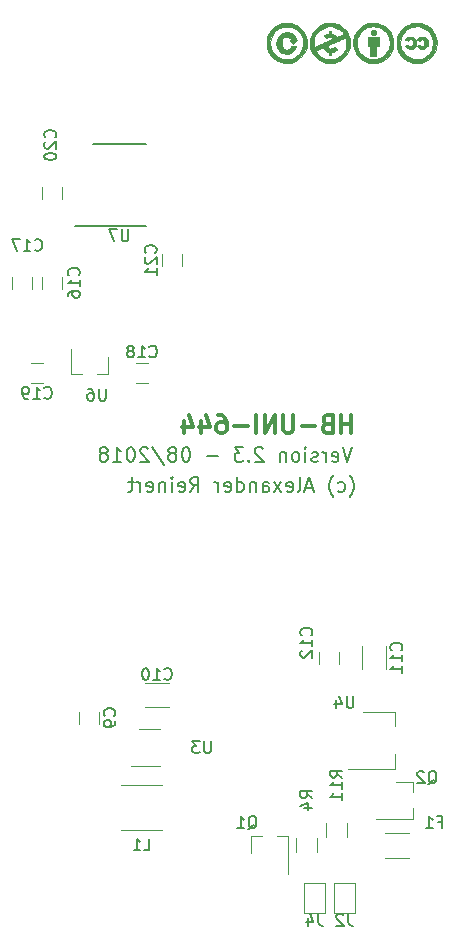
<source format=gbr>
%TF.GenerationSoftware,KiCad,Pcbnew,4.0.7*%
%TF.CreationDate,2018-08-02T21:47:20+02:00*%
%TF.ProjectId,HB-UNI-644,48422D554E492D3634342E6B69636164,2.0*%
%TF.FileFunction,Legend,Bot*%
%FSLAX46Y46*%
G04 Gerber Fmt 4.6, Leading zero omitted, Abs format (unit mm)*
G04 Created by KiCad (PCBNEW 4.0.7) date 08/02/18 21:47:20*
%MOMM*%
%LPD*%
G01*
G04 APERTURE LIST*
%ADD10C,0.100000*%
%ADD11C,0.200000*%
%ADD12C,0.300000*%
%ADD13C,0.120000*%
%ADD14C,0.150000*%
%ADD15C,0.010000*%
%ADD16C,1.350000*%
%ADD17R,2.000000X2.000000*%
%ADD18O,2.000000X2.000000*%
%ADD19C,1.600000*%
%ADD20C,2.900000*%
%ADD21R,2.000000X1.600000*%
%ADD22R,1.800000X1.800000*%
%ADD23C,1.800000*%
%ADD24R,1.700000X1.700000*%
%ADD25O,1.700000X1.700000*%
%ADD26R,1.270000X0.970000*%
%ADD27R,0.800000X1.900000*%
%ADD28R,1.300000X1.500000*%
%ADD29R,2.000000X0.650000*%
%ADD30C,1.500000*%
%ADD31C,1.700000*%
%ADD32R,1.600000X2.000000*%
%ADD33R,3.500000X3.500000*%
%ADD34R,2.500000X1.000000*%
%ADD35R,4.000000X2.000000*%
%ADD36R,1.600000X1.600000*%
%ADD37R,2.000000X1.700000*%
%ADD38R,1.900000X0.800000*%
%ADD39R,1.250000X1.500000*%
%ADD40R,1.500000X1.250000*%
%ADD41R,0.800000X0.900000*%
%ADD42R,1.450000X0.450000*%
%ADD43C,4.400000*%
%ADD44C,0.700000*%
G04 APERTURE END LIST*
D10*
D11*
X110297140Y-115300000D02*
X110354282Y-115242857D01*
X110468568Y-115071429D01*
X110525711Y-114957143D01*
X110582854Y-114785714D01*
X110639997Y-114500000D01*
X110639997Y-114271429D01*
X110582854Y-113985714D01*
X110525711Y-113814286D01*
X110468568Y-113700000D01*
X110354282Y-113528571D01*
X110297140Y-113471429D01*
X109325711Y-114785714D02*
X109439997Y-114842857D01*
X109668568Y-114842857D01*
X109782854Y-114785714D01*
X109839997Y-114728571D01*
X109897140Y-114614286D01*
X109897140Y-114271429D01*
X109839997Y-114157143D01*
X109782854Y-114100000D01*
X109668568Y-114042857D01*
X109439997Y-114042857D01*
X109325711Y-114100000D01*
X108925711Y-115300000D02*
X108868569Y-115242857D01*
X108754283Y-115071429D01*
X108697140Y-114957143D01*
X108639997Y-114785714D01*
X108582854Y-114500000D01*
X108582854Y-114271429D01*
X108639997Y-113985714D01*
X108697140Y-113814286D01*
X108754283Y-113700000D01*
X108868569Y-113528571D01*
X108925711Y-113471429D01*
X107154283Y-114500000D02*
X106582854Y-114500000D01*
X107268568Y-114842857D02*
X106868568Y-113642857D01*
X106468568Y-114842857D01*
X105897140Y-114842857D02*
X106011426Y-114785714D01*
X106068569Y-114671429D01*
X106068569Y-113642857D01*
X104982855Y-114785714D02*
X105097141Y-114842857D01*
X105325712Y-114842857D01*
X105439998Y-114785714D01*
X105497141Y-114671429D01*
X105497141Y-114214286D01*
X105439998Y-114100000D01*
X105325712Y-114042857D01*
X105097141Y-114042857D01*
X104982855Y-114100000D01*
X104925712Y-114214286D01*
X104925712Y-114328571D01*
X105497141Y-114442857D01*
X104525712Y-114842857D02*
X103897141Y-114042857D01*
X104525712Y-114042857D02*
X103897141Y-114842857D01*
X102925712Y-114842857D02*
X102925712Y-114214286D01*
X102982855Y-114100000D01*
X103097141Y-114042857D01*
X103325712Y-114042857D01*
X103439998Y-114100000D01*
X102925712Y-114785714D02*
X103039998Y-114842857D01*
X103325712Y-114842857D01*
X103439998Y-114785714D01*
X103497141Y-114671429D01*
X103497141Y-114557143D01*
X103439998Y-114442857D01*
X103325712Y-114385714D01*
X103039998Y-114385714D01*
X102925712Y-114328571D01*
X102354284Y-114042857D02*
X102354284Y-114842857D01*
X102354284Y-114157143D02*
X102297141Y-114100000D01*
X102182855Y-114042857D01*
X102011427Y-114042857D01*
X101897141Y-114100000D01*
X101839998Y-114214286D01*
X101839998Y-114842857D01*
X100754284Y-114842857D02*
X100754284Y-113642857D01*
X100754284Y-114785714D02*
X100868570Y-114842857D01*
X101097141Y-114842857D01*
X101211427Y-114785714D01*
X101268570Y-114728571D01*
X101325713Y-114614286D01*
X101325713Y-114271429D01*
X101268570Y-114157143D01*
X101211427Y-114100000D01*
X101097141Y-114042857D01*
X100868570Y-114042857D01*
X100754284Y-114100000D01*
X99725713Y-114785714D02*
X99839999Y-114842857D01*
X100068570Y-114842857D01*
X100182856Y-114785714D01*
X100239999Y-114671429D01*
X100239999Y-114214286D01*
X100182856Y-114100000D01*
X100068570Y-114042857D01*
X99839999Y-114042857D01*
X99725713Y-114100000D01*
X99668570Y-114214286D01*
X99668570Y-114328571D01*
X100239999Y-114442857D01*
X99154285Y-114842857D02*
X99154285Y-114042857D01*
X99154285Y-114271429D02*
X99097142Y-114157143D01*
X99039999Y-114100000D01*
X98925713Y-114042857D01*
X98811428Y-114042857D01*
X96811427Y-114842857D02*
X97211427Y-114271429D01*
X97497142Y-114842857D02*
X97497142Y-113642857D01*
X97039999Y-113642857D01*
X96925713Y-113700000D01*
X96868570Y-113757143D01*
X96811427Y-113871429D01*
X96811427Y-114042857D01*
X96868570Y-114157143D01*
X96925713Y-114214286D01*
X97039999Y-114271429D01*
X97497142Y-114271429D01*
X95839999Y-114785714D02*
X95954285Y-114842857D01*
X96182856Y-114842857D01*
X96297142Y-114785714D01*
X96354285Y-114671429D01*
X96354285Y-114214286D01*
X96297142Y-114100000D01*
X96182856Y-114042857D01*
X95954285Y-114042857D01*
X95839999Y-114100000D01*
X95782856Y-114214286D01*
X95782856Y-114328571D01*
X96354285Y-114442857D01*
X95268571Y-114842857D02*
X95268571Y-114042857D01*
X95268571Y-113642857D02*
X95325714Y-113700000D01*
X95268571Y-113757143D01*
X95211428Y-113700000D01*
X95268571Y-113642857D01*
X95268571Y-113757143D01*
X94697142Y-114042857D02*
X94697142Y-114842857D01*
X94697142Y-114157143D02*
X94639999Y-114100000D01*
X94525713Y-114042857D01*
X94354285Y-114042857D01*
X94239999Y-114100000D01*
X94182856Y-114214286D01*
X94182856Y-114842857D01*
X93154285Y-114785714D02*
X93268571Y-114842857D01*
X93497142Y-114842857D01*
X93611428Y-114785714D01*
X93668571Y-114671429D01*
X93668571Y-114214286D01*
X93611428Y-114100000D01*
X93497142Y-114042857D01*
X93268571Y-114042857D01*
X93154285Y-114100000D01*
X93097142Y-114214286D01*
X93097142Y-114328571D01*
X93668571Y-114442857D01*
X92582857Y-114842857D02*
X92582857Y-114042857D01*
X92582857Y-114271429D02*
X92525714Y-114157143D01*
X92468571Y-114100000D01*
X92354285Y-114042857D01*
X92240000Y-114042857D01*
X92011428Y-114042857D02*
X91554285Y-114042857D01*
X91840000Y-113642857D02*
X91840000Y-114671429D01*
X91782857Y-114785714D01*
X91668571Y-114842857D01*
X91554285Y-114842857D01*
X110499999Y-111102857D02*
X110099999Y-112302857D01*
X109699999Y-111102857D01*
X108842857Y-112245714D02*
X108957143Y-112302857D01*
X109185714Y-112302857D01*
X109300000Y-112245714D01*
X109357143Y-112131429D01*
X109357143Y-111674286D01*
X109300000Y-111560000D01*
X109185714Y-111502857D01*
X108957143Y-111502857D01*
X108842857Y-111560000D01*
X108785714Y-111674286D01*
X108785714Y-111788571D01*
X109357143Y-111902857D01*
X108271429Y-112302857D02*
X108271429Y-111502857D01*
X108271429Y-111731429D02*
X108214286Y-111617143D01*
X108157143Y-111560000D01*
X108042857Y-111502857D01*
X107928572Y-111502857D01*
X107585715Y-112245714D02*
X107471429Y-112302857D01*
X107242857Y-112302857D01*
X107128572Y-112245714D01*
X107071429Y-112131429D01*
X107071429Y-112074286D01*
X107128572Y-111960000D01*
X107242857Y-111902857D01*
X107414286Y-111902857D01*
X107528572Y-111845714D01*
X107585715Y-111731429D01*
X107585715Y-111674286D01*
X107528572Y-111560000D01*
X107414286Y-111502857D01*
X107242857Y-111502857D01*
X107128572Y-111560000D01*
X106557143Y-112302857D02*
X106557143Y-111502857D01*
X106557143Y-111102857D02*
X106614286Y-111160000D01*
X106557143Y-111217143D01*
X106500000Y-111160000D01*
X106557143Y-111102857D01*
X106557143Y-111217143D01*
X105814285Y-112302857D02*
X105928571Y-112245714D01*
X105985714Y-112188571D01*
X106042857Y-112074286D01*
X106042857Y-111731429D01*
X105985714Y-111617143D01*
X105928571Y-111560000D01*
X105814285Y-111502857D01*
X105642857Y-111502857D01*
X105528571Y-111560000D01*
X105471428Y-111617143D01*
X105414285Y-111731429D01*
X105414285Y-112074286D01*
X105471428Y-112188571D01*
X105528571Y-112245714D01*
X105642857Y-112302857D01*
X105814285Y-112302857D01*
X104900000Y-111502857D02*
X104900000Y-112302857D01*
X104900000Y-111617143D02*
X104842857Y-111560000D01*
X104728571Y-111502857D01*
X104557143Y-111502857D01*
X104442857Y-111560000D01*
X104385714Y-111674286D01*
X104385714Y-112302857D01*
X102957143Y-111217143D02*
X102900000Y-111160000D01*
X102785714Y-111102857D01*
X102500000Y-111102857D01*
X102385714Y-111160000D01*
X102328571Y-111217143D01*
X102271428Y-111331429D01*
X102271428Y-111445714D01*
X102328571Y-111617143D01*
X103014285Y-112302857D01*
X102271428Y-112302857D01*
X101757143Y-112188571D02*
X101700000Y-112245714D01*
X101757143Y-112302857D01*
X101814286Y-112245714D01*
X101757143Y-112188571D01*
X101757143Y-112302857D01*
X101299999Y-111102857D02*
X100557142Y-111102857D01*
X100957142Y-111560000D01*
X100785714Y-111560000D01*
X100671428Y-111617143D01*
X100614285Y-111674286D01*
X100557142Y-111788571D01*
X100557142Y-112074286D01*
X100614285Y-112188571D01*
X100671428Y-112245714D01*
X100785714Y-112302857D01*
X101128571Y-112302857D01*
X101242857Y-112245714D01*
X101299999Y-112188571D01*
X99128571Y-111845714D02*
X98214285Y-111845714D01*
X96499999Y-111102857D02*
X96385714Y-111102857D01*
X96271428Y-111160000D01*
X96214285Y-111217143D01*
X96157142Y-111331429D01*
X96099999Y-111560000D01*
X96099999Y-111845714D01*
X96157142Y-112074286D01*
X96214285Y-112188571D01*
X96271428Y-112245714D01*
X96385714Y-112302857D01*
X96499999Y-112302857D01*
X96614285Y-112245714D01*
X96671428Y-112188571D01*
X96728571Y-112074286D01*
X96785714Y-111845714D01*
X96785714Y-111560000D01*
X96728571Y-111331429D01*
X96671428Y-111217143D01*
X96614285Y-111160000D01*
X96499999Y-111102857D01*
X95414285Y-111617143D02*
X95528571Y-111560000D01*
X95585714Y-111502857D01*
X95642857Y-111388571D01*
X95642857Y-111331429D01*
X95585714Y-111217143D01*
X95528571Y-111160000D01*
X95414285Y-111102857D01*
X95185714Y-111102857D01*
X95071428Y-111160000D01*
X95014285Y-111217143D01*
X94957142Y-111331429D01*
X94957142Y-111388571D01*
X95014285Y-111502857D01*
X95071428Y-111560000D01*
X95185714Y-111617143D01*
X95414285Y-111617143D01*
X95528571Y-111674286D01*
X95585714Y-111731429D01*
X95642857Y-111845714D01*
X95642857Y-112074286D01*
X95585714Y-112188571D01*
X95528571Y-112245714D01*
X95414285Y-112302857D01*
X95185714Y-112302857D01*
X95071428Y-112245714D01*
X95014285Y-112188571D01*
X94957142Y-112074286D01*
X94957142Y-111845714D01*
X95014285Y-111731429D01*
X95071428Y-111674286D01*
X95185714Y-111617143D01*
X93585714Y-111045714D02*
X94614285Y-112588571D01*
X93242857Y-111217143D02*
X93185714Y-111160000D01*
X93071428Y-111102857D01*
X92785714Y-111102857D01*
X92671428Y-111160000D01*
X92614285Y-111217143D01*
X92557142Y-111331429D01*
X92557142Y-111445714D01*
X92614285Y-111617143D01*
X93299999Y-112302857D01*
X92557142Y-112302857D01*
X91814285Y-111102857D02*
X91700000Y-111102857D01*
X91585714Y-111160000D01*
X91528571Y-111217143D01*
X91471428Y-111331429D01*
X91414285Y-111560000D01*
X91414285Y-111845714D01*
X91471428Y-112074286D01*
X91528571Y-112188571D01*
X91585714Y-112245714D01*
X91700000Y-112302857D01*
X91814285Y-112302857D01*
X91928571Y-112245714D01*
X91985714Y-112188571D01*
X92042857Y-112074286D01*
X92100000Y-111845714D01*
X92100000Y-111560000D01*
X92042857Y-111331429D01*
X91985714Y-111217143D01*
X91928571Y-111160000D01*
X91814285Y-111102857D01*
X90271428Y-112302857D02*
X90957143Y-112302857D01*
X90614285Y-112302857D02*
X90614285Y-111102857D01*
X90728571Y-111274286D01*
X90842857Y-111388571D01*
X90957143Y-111445714D01*
X89585714Y-111617143D02*
X89700000Y-111560000D01*
X89757143Y-111502857D01*
X89814286Y-111388571D01*
X89814286Y-111331429D01*
X89757143Y-111217143D01*
X89700000Y-111160000D01*
X89585714Y-111102857D01*
X89357143Y-111102857D01*
X89242857Y-111160000D01*
X89185714Y-111217143D01*
X89128571Y-111331429D01*
X89128571Y-111388571D01*
X89185714Y-111502857D01*
X89242857Y-111560000D01*
X89357143Y-111617143D01*
X89585714Y-111617143D01*
X89700000Y-111674286D01*
X89757143Y-111731429D01*
X89814286Y-111845714D01*
X89814286Y-112074286D01*
X89757143Y-112188571D01*
X89700000Y-112245714D01*
X89585714Y-112302857D01*
X89357143Y-112302857D01*
X89242857Y-112245714D01*
X89185714Y-112188571D01*
X89128571Y-112074286D01*
X89128571Y-111845714D01*
X89185714Y-111731429D01*
X89242857Y-111674286D01*
X89357143Y-111617143D01*
D12*
X110456429Y-109893571D02*
X110456429Y-108393571D01*
X110456429Y-109107857D02*
X109599286Y-109107857D01*
X109599286Y-109893571D02*
X109599286Y-108393571D01*
X108385000Y-109107857D02*
X108170714Y-109179286D01*
X108099286Y-109250714D01*
X108027857Y-109393571D01*
X108027857Y-109607857D01*
X108099286Y-109750714D01*
X108170714Y-109822143D01*
X108313572Y-109893571D01*
X108885000Y-109893571D01*
X108885000Y-108393571D01*
X108385000Y-108393571D01*
X108242143Y-108465000D01*
X108170714Y-108536429D01*
X108099286Y-108679286D01*
X108099286Y-108822143D01*
X108170714Y-108965000D01*
X108242143Y-109036429D01*
X108385000Y-109107857D01*
X108885000Y-109107857D01*
X107385000Y-109322143D02*
X106242143Y-109322143D01*
X105527857Y-108393571D02*
X105527857Y-109607857D01*
X105456429Y-109750714D01*
X105385000Y-109822143D01*
X105242143Y-109893571D01*
X104956429Y-109893571D01*
X104813571Y-109822143D01*
X104742143Y-109750714D01*
X104670714Y-109607857D01*
X104670714Y-108393571D01*
X103956428Y-109893571D02*
X103956428Y-108393571D01*
X103099285Y-109893571D01*
X103099285Y-108393571D01*
X102384999Y-109893571D02*
X102384999Y-108393571D01*
X101670713Y-109322143D02*
X100527856Y-109322143D01*
X99170713Y-108393571D02*
X99456427Y-108393571D01*
X99599284Y-108465000D01*
X99670713Y-108536429D01*
X99813570Y-108750714D01*
X99884999Y-109036429D01*
X99884999Y-109607857D01*
X99813570Y-109750714D01*
X99742142Y-109822143D01*
X99599284Y-109893571D01*
X99313570Y-109893571D01*
X99170713Y-109822143D01*
X99099284Y-109750714D01*
X99027856Y-109607857D01*
X99027856Y-109250714D01*
X99099284Y-109107857D01*
X99170713Y-109036429D01*
X99313570Y-108965000D01*
X99599284Y-108965000D01*
X99742142Y-109036429D01*
X99813570Y-109107857D01*
X99884999Y-109250714D01*
X97742142Y-108893571D02*
X97742142Y-109893571D01*
X98099285Y-108322143D02*
X98456428Y-109393571D01*
X97527856Y-109393571D01*
X96313571Y-108893571D02*
X96313571Y-109893571D01*
X96670714Y-108322143D02*
X97027857Y-109393571D01*
X96099285Y-109393571D01*
D13*
X92980000Y-131060000D02*
X94980000Y-131060000D01*
X94980000Y-133100000D02*
X92980000Y-133100000D01*
X108965000Y-150495000D02*
X108965000Y-147955000D01*
X110745000Y-147955000D02*
X110745000Y-150495000D01*
X110745000Y-147955000D02*
X108965000Y-147955000D01*
X108965000Y-150495000D02*
X110745000Y-150495000D01*
X106425000Y-150495000D02*
X106425000Y-147955000D01*
X108205000Y-147955000D02*
X108205000Y-150495000D01*
X108205000Y-147955000D02*
X106425000Y-147955000D01*
X106425000Y-150495000D02*
X108205000Y-150495000D01*
X101925000Y-144020000D02*
X102855000Y-144020000D01*
X105085000Y-144020000D02*
X104155000Y-144020000D01*
X105085000Y-144020000D02*
X105085000Y-147180000D01*
X101925000Y-144020000D02*
X101925000Y-145480000D01*
X105800000Y-144180000D02*
X105800000Y-145380000D01*
X107560000Y-145380000D02*
X107560000Y-144180000D01*
X92465000Y-134965000D02*
X94225000Y-134965000D01*
X94225000Y-138035000D02*
X91795000Y-138035000D01*
X113415000Y-127905000D02*
X113415000Y-129905000D01*
X111375000Y-129905000D02*
X111375000Y-127905000D01*
X90980000Y-139725000D02*
X94440000Y-139725000D01*
X90980000Y-143485000D02*
X94440000Y-143485000D01*
X114175000Y-134690000D02*
X114175000Y-133490000D01*
X114175000Y-133490000D02*
X111475000Y-133490000D01*
X110175000Y-138290000D02*
X114175000Y-138290000D01*
X114175000Y-138290000D02*
X114175000Y-137090000D01*
X113300000Y-145850000D02*
X115300000Y-145850000D01*
X115300000Y-143710000D02*
X113300000Y-143710000D01*
X115695000Y-139390000D02*
X115695000Y-140320000D01*
X115695000Y-142550000D02*
X115695000Y-141620000D01*
X115695000Y-142550000D02*
X112535000Y-142550000D01*
X115695000Y-139390000D02*
X114235000Y-139390000D01*
X110100000Y-144110000D02*
X110100000Y-142910000D01*
X108340000Y-142910000D02*
X108340000Y-144110000D01*
X89115000Y-133485000D02*
X89115000Y-134485000D01*
X87415000Y-134485000D02*
X87415000Y-133485000D01*
X109435000Y-128405000D02*
X109435000Y-129405000D01*
X107735000Y-129405000D02*
X107735000Y-128405000D01*
X84240000Y-97655000D02*
X84240000Y-96655000D01*
X85940000Y-96655000D02*
X85940000Y-97655000D01*
X81700000Y-97655000D02*
X81700000Y-96655000D01*
X83400000Y-96655000D02*
X83400000Y-97655000D01*
X92210000Y-103925000D02*
X93210000Y-103925000D01*
X93210000Y-105625000D02*
X92210000Y-105625000D01*
X84320000Y-105625000D02*
X83320000Y-105625000D01*
X83320000Y-103925000D02*
X84320000Y-103925000D01*
X84240000Y-90035000D02*
X84240000Y-89035000D01*
X85940000Y-89035000D02*
X85940000Y-90035000D01*
X94400000Y-95750000D02*
X94400000Y-94750000D01*
X96100000Y-94750000D02*
X96100000Y-95750000D01*
X89845000Y-104900000D02*
X88915000Y-104900000D01*
X86685000Y-104900000D02*
X87615000Y-104900000D01*
X86685000Y-104900000D02*
X86685000Y-102740000D01*
X89845000Y-104900000D02*
X89845000Y-103440000D01*
D14*
X88580000Y-85450000D02*
X93030000Y-85450000D01*
X87055000Y-92350000D02*
X93030000Y-92350000D01*
D15*
G36*
X115699548Y-75169312D02*
X115501275Y-75210462D01*
X115462053Y-75222223D01*
X115238400Y-75311488D01*
X115029651Y-75430744D01*
X114839534Y-75576676D01*
X114671776Y-75745969D01*
X114530104Y-75935308D01*
X114418245Y-76141376D01*
X114411431Y-76156794D01*
X114334110Y-76376758D01*
X114287539Y-76606675D01*
X114271301Y-76841356D01*
X114284982Y-77075611D01*
X114328168Y-77304251D01*
X114400442Y-77522086D01*
X114501390Y-77723927D01*
X114541842Y-77787500D01*
X114689518Y-77975499D01*
X114861038Y-78140048D01*
X115052485Y-78279516D01*
X115259941Y-78392273D01*
X115479492Y-78476687D01*
X115707219Y-78531128D01*
X115939207Y-78553963D01*
X116171539Y-78543563D01*
X116304786Y-78521684D01*
X116551183Y-78452314D01*
X116778750Y-78351971D01*
X116986853Y-78221071D01*
X117174853Y-78060030D01*
X117342113Y-77869264D01*
X117377783Y-77820947D01*
X117499938Y-77619507D01*
X117591444Y-77402448D01*
X117651776Y-77174383D01*
X117680409Y-76939923D01*
X117678641Y-76823593D01*
X117372572Y-76823593D01*
X117360738Y-77031538D01*
X117316092Y-77236799D01*
X117238416Y-77436129D01*
X117127496Y-77626280D01*
X117069925Y-77703910D01*
X116923303Y-77860609D01*
X116751635Y-77995442D01*
X116561670Y-78104028D01*
X116360160Y-78181981D01*
X116313857Y-78194867D01*
X116169230Y-78220972D01*
X116006996Y-78231701D01*
X115841947Y-78227064D01*
X115688876Y-78207073D01*
X115632581Y-78194329D01*
X115479449Y-78142458D01*
X115320059Y-78067836D01*
X115168485Y-77977765D01*
X115058807Y-77896597D01*
X114905184Y-77746264D01*
X114779824Y-77575698D01*
X114683725Y-77388611D01*
X114617890Y-77188716D01*
X114583317Y-76979726D01*
X114581008Y-76765353D01*
X114611961Y-76549311D01*
X114654746Y-76396748D01*
X114727973Y-76222824D01*
X114826239Y-76062429D01*
X114954267Y-75908287D01*
X115006151Y-75855286D01*
X115174396Y-75711997D01*
X115355355Y-75601805D01*
X115551537Y-75523596D01*
X115765449Y-75476257D01*
X115890447Y-75463054D01*
X116113940Y-75465118D01*
X116329153Y-75501944D01*
X116533454Y-75572550D01*
X116724208Y-75675951D01*
X116898782Y-75811166D01*
X116947106Y-75857288D01*
X117096097Y-76029934D01*
X117213355Y-76216135D01*
X117298664Y-76412644D01*
X117351809Y-76616212D01*
X117372572Y-76823593D01*
X117678641Y-76823593D01*
X117676817Y-76703677D01*
X117640476Y-76470259D01*
X117570859Y-76244279D01*
X117560352Y-76218143D01*
X117450716Y-75997588D01*
X117312852Y-75795959D01*
X117149913Y-75616273D01*
X116965054Y-75461549D01*
X116761427Y-75334804D01*
X116542187Y-75239055D01*
X116534305Y-75236314D01*
X116340616Y-75185102D01*
X116129843Y-75156771D01*
X115912613Y-75151461D01*
X115699548Y-75169312D01*
X115699548Y-75169312D01*
G37*
X115699548Y-75169312D02*
X115501275Y-75210462D01*
X115462053Y-75222223D01*
X115238400Y-75311488D01*
X115029651Y-75430744D01*
X114839534Y-75576676D01*
X114671776Y-75745969D01*
X114530104Y-75935308D01*
X114418245Y-76141376D01*
X114411431Y-76156794D01*
X114334110Y-76376758D01*
X114287539Y-76606675D01*
X114271301Y-76841356D01*
X114284982Y-77075611D01*
X114328168Y-77304251D01*
X114400442Y-77522086D01*
X114501390Y-77723927D01*
X114541842Y-77787500D01*
X114689518Y-77975499D01*
X114861038Y-78140048D01*
X115052485Y-78279516D01*
X115259941Y-78392273D01*
X115479492Y-78476687D01*
X115707219Y-78531128D01*
X115939207Y-78553963D01*
X116171539Y-78543563D01*
X116304786Y-78521684D01*
X116551183Y-78452314D01*
X116778750Y-78351971D01*
X116986853Y-78221071D01*
X117174853Y-78060030D01*
X117342113Y-77869264D01*
X117377783Y-77820947D01*
X117499938Y-77619507D01*
X117591444Y-77402448D01*
X117651776Y-77174383D01*
X117680409Y-76939923D01*
X117678641Y-76823593D01*
X117372572Y-76823593D01*
X117360738Y-77031538D01*
X117316092Y-77236799D01*
X117238416Y-77436129D01*
X117127496Y-77626280D01*
X117069925Y-77703910D01*
X116923303Y-77860609D01*
X116751635Y-77995442D01*
X116561670Y-78104028D01*
X116360160Y-78181981D01*
X116313857Y-78194867D01*
X116169230Y-78220972D01*
X116006996Y-78231701D01*
X115841947Y-78227064D01*
X115688876Y-78207073D01*
X115632581Y-78194329D01*
X115479449Y-78142458D01*
X115320059Y-78067836D01*
X115168485Y-77977765D01*
X115058807Y-77896597D01*
X114905184Y-77746264D01*
X114779824Y-77575698D01*
X114683725Y-77388611D01*
X114617890Y-77188716D01*
X114583317Y-76979726D01*
X114581008Y-76765353D01*
X114611961Y-76549311D01*
X114654746Y-76396748D01*
X114727973Y-76222824D01*
X114826239Y-76062429D01*
X114954267Y-75908287D01*
X115006151Y-75855286D01*
X115174396Y-75711997D01*
X115355355Y-75601805D01*
X115551537Y-75523596D01*
X115765449Y-75476257D01*
X115890447Y-75463054D01*
X116113940Y-75465118D01*
X116329153Y-75501944D01*
X116533454Y-75572550D01*
X116724208Y-75675951D01*
X116898782Y-75811166D01*
X116947106Y-75857288D01*
X117096097Y-76029934D01*
X117213355Y-76216135D01*
X117298664Y-76412644D01*
X117351809Y-76616212D01*
X117372572Y-76823593D01*
X117678641Y-76823593D01*
X117676817Y-76703677D01*
X117640476Y-76470259D01*
X117570859Y-76244279D01*
X117560352Y-76218143D01*
X117450716Y-75997588D01*
X117312852Y-75795959D01*
X117149913Y-75616273D01*
X116965054Y-75461549D01*
X116761427Y-75334804D01*
X116542187Y-75239055D01*
X116534305Y-75236314D01*
X116340616Y-75185102D01*
X116129843Y-75156771D01*
X115912613Y-75151461D01*
X115699548Y-75169312D01*
G36*
X112126143Y-75158740D02*
X111893079Y-75197254D01*
X111669769Y-75266186D01*
X111476833Y-75356776D01*
X111269738Y-75492559D01*
X111086370Y-75653907D01*
X110928970Y-75837913D01*
X110799774Y-76041671D01*
X110701024Y-76262273D01*
X110649912Y-76430390D01*
X110624681Y-76570681D01*
X110610853Y-76732520D01*
X110608435Y-76903210D01*
X110617432Y-77070057D01*
X110637849Y-77220362D01*
X110649515Y-77274225D01*
X110720871Y-77497520D01*
X110820740Y-77701300D01*
X110951523Y-77889705D01*
X111100780Y-78052600D01*
X111296204Y-78219306D01*
X111505784Y-78352926D01*
X111731457Y-78454542D01*
X111927722Y-78514217D01*
X112028577Y-78532202D01*
X112152780Y-78544235D01*
X112287834Y-78549997D01*
X112421241Y-78549170D01*
X112540505Y-78541436D01*
X112609685Y-78531588D01*
X112841131Y-78472328D01*
X113052754Y-78386066D01*
X113249209Y-78270249D01*
X113435147Y-78122321D01*
X113540044Y-78020764D01*
X113698286Y-77836506D01*
X113822870Y-77643922D01*
X113916197Y-77438741D01*
X113972731Y-77251289D01*
X113991917Y-77141727D01*
X114004317Y-77008881D01*
X114009754Y-76864675D01*
X114009671Y-76857607D01*
X113701167Y-76857607D01*
X113694215Y-77013655D01*
X113673128Y-77154429D01*
X113667241Y-77179413D01*
X113597204Y-77383893D01*
X113494823Y-77576730D01*
X113363454Y-77752767D01*
X113206456Y-77906846D01*
X113179246Y-77929066D01*
X113067706Y-78012798D01*
X112966587Y-78076164D01*
X112862813Y-78126442D01*
X112746932Y-78169699D01*
X112542990Y-78219973D01*
X112328685Y-78239120D01*
X112112769Y-78226855D01*
X111950643Y-78195751D01*
X111761461Y-78129796D01*
X111579039Y-78032656D01*
X111409259Y-77909171D01*
X111258003Y-77764184D01*
X111131153Y-77602536D01*
X111043937Y-77449403D01*
X110990362Y-77324954D01*
X110953582Y-77209559D01*
X110931035Y-77091070D01*
X110920159Y-76957342D01*
X110918125Y-76853143D01*
X110921493Y-76708101D01*
X110934246Y-76586094D01*
X110959301Y-76474453D01*
X110999572Y-76360509D01*
X111057975Y-76231592D01*
X111063960Y-76219353D01*
X111104333Y-76141167D01*
X111143441Y-76076933D01*
X111188448Y-76017107D01*
X111246517Y-75952143D01*
X111322654Y-75874639D01*
X111416642Y-75784968D01*
X111497690Y-75716951D01*
X111574943Y-75663449D01*
X111642250Y-75625206D01*
X111850218Y-75536140D01*
X112066631Y-75480986D01*
X112287434Y-75460044D01*
X112508577Y-75473611D01*
X112726007Y-75521987D01*
X112783345Y-75540982D01*
X112966559Y-75624450D01*
X113139753Y-75738950D01*
X113298183Y-75879614D01*
X113437102Y-76041574D01*
X113551764Y-76219961D01*
X113637424Y-76409907D01*
X113641415Y-76421211D01*
X113674347Y-76549047D01*
X113694404Y-76698625D01*
X113701167Y-76857607D01*
X114009671Y-76857607D01*
X114008052Y-76721033D01*
X113999036Y-76589880D01*
X113983989Y-76489842D01*
X113917876Y-76263721D01*
X113819181Y-76048389D01*
X113690928Y-75847646D01*
X113536142Y-75665295D01*
X113357847Y-75505137D01*
X113159069Y-75370976D01*
X113046978Y-75311965D01*
X112829379Y-75227255D01*
X112599742Y-75173585D01*
X112363514Y-75150798D01*
X112126143Y-75158740D01*
X112126143Y-75158740D01*
G37*
X112126143Y-75158740D02*
X111893079Y-75197254D01*
X111669769Y-75266186D01*
X111476833Y-75356776D01*
X111269738Y-75492559D01*
X111086370Y-75653907D01*
X110928970Y-75837913D01*
X110799774Y-76041671D01*
X110701024Y-76262273D01*
X110649912Y-76430390D01*
X110624681Y-76570681D01*
X110610853Y-76732520D01*
X110608435Y-76903210D01*
X110617432Y-77070057D01*
X110637849Y-77220362D01*
X110649515Y-77274225D01*
X110720871Y-77497520D01*
X110820740Y-77701300D01*
X110951523Y-77889705D01*
X111100780Y-78052600D01*
X111296204Y-78219306D01*
X111505784Y-78352926D01*
X111731457Y-78454542D01*
X111927722Y-78514217D01*
X112028577Y-78532202D01*
X112152780Y-78544235D01*
X112287834Y-78549997D01*
X112421241Y-78549170D01*
X112540505Y-78541436D01*
X112609685Y-78531588D01*
X112841131Y-78472328D01*
X113052754Y-78386066D01*
X113249209Y-78270249D01*
X113435147Y-78122321D01*
X113540044Y-78020764D01*
X113698286Y-77836506D01*
X113822870Y-77643922D01*
X113916197Y-77438741D01*
X113972731Y-77251289D01*
X113991917Y-77141727D01*
X114004317Y-77008881D01*
X114009754Y-76864675D01*
X114009671Y-76857607D01*
X113701167Y-76857607D01*
X113694215Y-77013655D01*
X113673128Y-77154429D01*
X113667241Y-77179413D01*
X113597204Y-77383893D01*
X113494823Y-77576730D01*
X113363454Y-77752767D01*
X113206456Y-77906846D01*
X113179246Y-77929066D01*
X113067706Y-78012798D01*
X112966587Y-78076164D01*
X112862813Y-78126442D01*
X112746932Y-78169699D01*
X112542990Y-78219973D01*
X112328685Y-78239120D01*
X112112769Y-78226855D01*
X111950643Y-78195751D01*
X111761461Y-78129796D01*
X111579039Y-78032656D01*
X111409259Y-77909171D01*
X111258003Y-77764184D01*
X111131153Y-77602536D01*
X111043937Y-77449403D01*
X110990362Y-77324954D01*
X110953582Y-77209559D01*
X110931035Y-77091070D01*
X110920159Y-76957342D01*
X110918125Y-76853143D01*
X110921493Y-76708101D01*
X110934246Y-76586094D01*
X110959301Y-76474453D01*
X110999572Y-76360509D01*
X111057975Y-76231592D01*
X111063960Y-76219353D01*
X111104333Y-76141167D01*
X111143441Y-76076933D01*
X111188448Y-76017107D01*
X111246517Y-75952143D01*
X111322654Y-75874639D01*
X111416642Y-75784968D01*
X111497690Y-75716951D01*
X111574943Y-75663449D01*
X111642250Y-75625206D01*
X111850218Y-75536140D01*
X112066631Y-75480986D01*
X112287434Y-75460044D01*
X112508577Y-75473611D01*
X112726007Y-75521987D01*
X112783345Y-75540982D01*
X112966559Y-75624450D01*
X113139753Y-75738950D01*
X113298183Y-75879614D01*
X113437102Y-76041574D01*
X113551764Y-76219961D01*
X113637424Y-76409907D01*
X113641415Y-76421211D01*
X113674347Y-76549047D01*
X113694404Y-76698625D01*
X113701167Y-76857607D01*
X114009671Y-76857607D01*
X114008052Y-76721033D01*
X113999036Y-76589880D01*
X113983989Y-76489842D01*
X113917876Y-76263721D01*
X113819181Y-76048389D01*
X113690928Y-75847646D01*
X113536142Y-75665295D01*
X113357847Y-75505137D01*
X113159069Y-75370976D01*
X113046978Y-75311965D01*
X112829379Y-75227255D01*
X112599742Y-75173585D01*
X112363514Y-75150798D01*
X112126143Y-75158740D01*
G36*
X108485503Y-75157048D02*
X108250036Y-75194157D01*
X108023759Y-75261043D01*
X107812162Y-75357012D01*
X107708874Y-75418755D01*
X107509901Y-75569803D01*
X107337523Y-75744231D01*
X107193435Y-75939674D01*
X107079330Y-76153767D01*
X106996903Y-76384145D01*
X106985098Y-76429017D01*
X106959172Y-76572181D01*
X106945149Y-76736654D01*
X106943034Y-76909642D01*
X106952830Y-77078350D01*
X106974545Y-77229984D01*
X106984772Y-77275896D01*
X107054977Y-77496014D01*
X107152282Y-77696150D01*
X107279616Y-77881302D01*
X107439904Y-78056468D01*
X107444556Y-78060952D01*
X107610822Y-78206149D01*
X107778135Y-78321251D01*
X107955117Y-78411649D01*
X108085724Y-78461876D01*
X108314989Y-78522526D01*
X108552059Y-78552256D01*
X108788262Y-78550379D01*
X108947857Y-78530000D01*
X109173169Y-78471381D01*
X109389193Y-78380550D01*
X109592176Y-78260774D01*
X109778369Y-78115321D01*
X109944020Y-77947458D01*
X110085378Y-77760453D01*
X110198692Y-77557574D01*
X110268817Y-77379286D01*
X110302542Y-77264110D01*
X110325240Y-77158330D01*
X110338227Y-77050805D01*
X110342817Y-76930390D01*
X110341391Y-76847653D01*
X110036114Y-76847653D01*
X110027568Y-77024028D01*
X110000672Y-77180411D01*
X109952522Y-77329643D01*
X109901621Y-77442786D01*
X109784253Y-77641105D01*
X109642369Y-77812745D01*
X109475274Y-77958399D01*
X109282274Y-78078761D01*
X109245015Y-78097654D01*
X109133396Y-78148919D01*
X109033375Y-78185444D01*
X108934907Y-78209190D01*
X108827948Y-78222115D01*
X108702452Y-78226182D01*
X108594072Y-78224701D01*
X108478217Y-78220462D01*
X108389579Y-78213873D01*
X108319111Y-78203794D01*
X108257764Y-78189087D01*
X108222535Y-78177897D01*
X108057548Y-78113043D01*
X107914386Y-78036601D01*
X107781326Y-77941262D01*
X107646648Y-77819717D01*
X107643995Y-77817105D01*
X107565663Y-77735668D01*
X107502539Y-77661668D01*
X107457568Y-77599215D01*
X107433693Y-77552421D01*
X107433858Y-77525396D01*
X107434569Y-77524619D01*
X107455290Y-77512732D01*
X107502543Y-77489544D01*
X107569718Y-77458012D01*
X107650208Y-77421097D01*
X107737405Y-77381758D01*
X107824700Y-77342955D01*
X107905484Y-77307646D01*
X107973151Y-77278792D01*
X108021091Y-77259352D01*
X108042653Y-77252286D01*
X108056537Y-77267531D01*
X108073542Y-77304726D01*
X108075300Y-77309635D01*
X108128131Y-77408238D01*
X108210592Y-77493617D01*
X108317069Y-77561175D01*
X108435792Y-77604775D01*
X108521500Y-77626694D01*
X108523624Y-77752454D01*
X108525747Y-77878214D01*
X108721072Y-77878214D01*
X108731642Y-77619660D01*
X108838334Y-77607589D01*
X108933325Y-77586440D01*
X109038090Y-77546814D01*
X109136539Y-77495683D01*
X109200634Y-77450597D01*
X109244769Y-77413461D01*
X109124149Y-77292841D01*
X109003529Y-77172222D01*
X108961860Y-77211367D01*
X108890156Y-77261820D01*
X108801567Y-77299262D01*
X108705703Y-77322079D01*
X108612174Y-77328657D01*
X108530592Y-77317382D01*
X108477917Y-77292629D01*
X108448228Y-77264061D01*
X108434294Y-77227767D01*
X108430786Y-77169737D01*
X108430786Y-77168720D01*
X108432891Y-77114130D01*
X108443860Y-77082513D01*
X108470677Y-77060605D01*
X108494286Y-77048102D01*
X108545145Y-77023646D01*
X108620455Y-76988905D01*
X108716127Y-76945654D01*
X108828074Y-76895670D01*
X108952207Y-76840728D01*
X109084440Y-76782603D01*
X109220685Y-76723071D01*
X109356855Y-76663907D01*
X109488860Y-76606887D01*
X109612615Y-76553787D01*
X109724031Y-76506382D01*
X109819020Y-76466448D01*
X109893495Y-76435760D01*
X109943369Y-76416094D01*
X109964554Y-76409225D01*
X109964921Y-76409300D01*
X109980406Y-76435329D01*
X109996154Y-76489686D01*
X110010877Y-76564442D01*
X110023288Y-76651675D01*
X110032101Y-76743456D01*
X110036026Y-76831861D01*
X110036114Y-76847653D01*
X110341391Y-76847653D01*
X110340327Y-76785944D01*
X110339984Y-76776368D01*
X110319955Y-76546914D01*
X110276013Y-76340014D01*
X110205731Y-76148979D01*
X110168271Y-76080202D01*
X109800370Y-76080202D01*
X109784834Y-76096931D01*
X109744278Y-76121615D01*
X109687456Y-76148932D01*
X109686978Y-76149139D01*
X109623509Y-76176798D01*
X109538871Y-76213991D01*
X109445024Y-76255452D01*
X109369626Y-76288920D01*
X109165466Y-76379776D01*
X109128740Y-76307787D01*
X109063521Y-76219738D01*
X108967212Y-76149984D01*
X108840204Y-76098778D01*
X108780036Y-76083355D01*
X108753921Y-76075755D01*
X108739003Y-76061700D01*
X108732150Y-76032547D01*
X108730231Y-75979657D01*
X108730143Y-75945654D01*
X108730143Y-75819000D01*
X108530572Y-75819000D01*
X108530572Y-76071356D01*
X108462536Y-76082508D01*
X108379886Y-76101662D01*
X108291556Y-76131024D01*
X108210686Y-76165534D01*
X108150416Y-76200133D01*
X108143615Y-76205297D01*
X108093617Y-76245357D01*
X108312379Y-76461463D01*
X108398304Y-76419717D01*
X108490987Y-76385182D01*
X108583525Y-76369011D01*
X108669078Y-76370488D01*
X108740805Y-76388896D01*
X108791866Y-76423519D01*
X108813440Y-76463204D01*
X108817080Y-76504064D01*
X108809550Y-76526973D01*
X108789780Y-76537779D01*
X108740925Y-76561267D01*
X108667097Y-76595610D01*
X108572404Y-76638976D01*
X108460954Y-76689538D01*
X108336858Y-76745464D01*
X108204225Y-76804927D01*
X108067163Y-76866096D01*
X107929782Y-76927142D01*
X107796191Y-76986236D01*
X107670499Y-77041547D01*
X107556816Y-77091248D01*
X107459250Y-77133508D01*
X107381911Y-77166498D01*
X107328909Y-77188388D01*
X107304351Y-77197349D01*
X107303508Y-77197469D01*
X107285258Y-77182183D01*
X107272171Y-77147964D01*
X107249989Y-76985735D01*
X107247473Y-76807093D01*
X107263826Y-76625588D01*
X107298247Y-76454770D01*
X107316697Y-76393069D01*
X107391659Y-76220202D01*
X107497428Y-76052790D01*
X107628527Y-75896628D01*
X107779478Y-75757512D01*
X107944805Y-75641238D01*
X108104252Y-75559693D01*
X108306208Y-75493972D01*
X108517457Y-75460900D01*
X108732437Y-75460022D01*
X108945585Y-75490881D01*
X109151339Y-75553022D01*
X109344134Y-75645989D01*
X109373399Y-75663688D01*
X109429043Y-75702976D01*
X109495006Y-75756620D01*
X109565806Y-75819270D01*
X109635956Y-75885576D01*
X109699972Y-75950187D01*
X109752369Y-76007754D01*
X109787662Y-76052925D01*
X109800370Y-76080202D01*
X110168271Y-76080202D01*
X110106681Y-75967123D01*
X109984957Y-75798302D01*
X109838261Y-75637592D01*
X109671717Y-75493384D01*
X109492682Y-75370939D01*
X109308511Y-75275517D01*
X109192154Y-75231319D01*
X108962051Y-75174936D01*
X108724671Y-75150410D01*
X108485503Y-75157048D01*
X108485503Y-75157048D01*
G37*
X108485503Y-75157048D02*
X108250036Y-75194157D01*
X108023759Y-75261043D01*
X107812162Y-75357012D01*
X107708874Y-75418755D01*
X107509901Y-75569803D01*
X107337523Y-75744231D01*
X107193435Y-75939674D01*
X107079330Y-76153767D01*
X106996903Y-76384145D01*
X106985098Y-76429017D01*
X106959172Y-76572181D01*
X106945149Y-76736654D01*
X106943034Y-76909642D01*
X106952830Y-77078350D01*
X106974545Y-77229984D01*
X106984772Y-77275896D01*
X107054977Y-77496014D01*
X107152282Y-77696150D01*
X107279616Y-77881302D01*
X107439904Y-78056468D01*
X107444556Y-78060952D01*
X107610822Y-78206149D01*
X107778135Y-78321251D01*
X107955117Y-78411649D01*
X108085724Y-78461876D01*
X108314989Y-78522526D01*
X108552059Y-78552256D01*
X108788262Y-78550379D01*
X108947857Y-78530000D01*
X109173169Y-78471381D01*
X109389193Y-78380550D01*
X109592176Y-78260774D01*
X109778369Y-78115321D01*
X109944020Y-77947458D01*
X110085378Y-77760453D01*
X110198692Y-77557574D01*
X110268817Y-77379286D01*
X110302542Y-77264110D01*
X110325240Y-77158330D01*
X110338227Y-77050805D01*
X110342817Y-76930390D01*
X110341391Y-76847653D01*
X110036114Y-76847653D01*
X110027568Y-77024028D01*
X110000672Y-77180411D01*
X109952522Y-77329643D01*
X109901621Y-77442786D01*
X109784253Y-77641105D01*
X109642369Y-77812745D01*
X109475274Y-77958399D01*
X109282274Y-78078761D01*
X109245015Y-78097654D01*
X109133396Y-78148919D01*
X109033375Y-78185444D01*
X108934907Y-78209190D01*
X108827948Y-78222115D01*
X108702452Y-78226182D01*
X108594072Y-78224701D01*
X108478217Y-78220462D01*
X108389579Y-78213873D01*
X108319111Y-78203794D01*
X108257764Y-78189087D01*
X108222535Y-78177897D01*
X108057548Y-78113043D01*
X107914386Y-78036601D01*
X107781326Y-77941262D01*
X107646648Y-77819717D01*
X107643995Y-77817105D01*
X107565663Y-77735668D01*
X107502539Y-77661668D01*
X107457568Y-77599215D01*
X107433693Y-77552421D01*
X107433858Y-77525396D01*
X107434569Y-77524619D01*
X107455290Y-77512732D01*
X107502543Y-77489544D01*
X107569718Y-77458012D01*
X107650208Y-77421097D01*
X107737405Y-77381758D01*
X107824700Y-77342955D01*
X107905484Y-77307646D01*
X107973151Y-77278792D01*
X108021091Y-77259352D01*
X108042653Y-77252286D01*
X108056537Y-77267531D01*
X108073542Y-77304726D01*
X108075300Y-77309635D01*
X108128131Y-77408238D01*
X108210592Y-77493617D01*
X108317069Y-77561175D01*
X108435792Y-77604775D01*
X108521500Y-77626694D01*
X108523624Y-77752454D01*
X108525747Y-77878214D01*
X108721072Y-77878214D01*
X108731642Y-77619660D01*
X108838334Y-77607589D01*
X108933325Y-77586440D01*
X109038090Y-77546814D01*
X109136539Y-77495683D01*
X109200634Y-77450597D01*
X109244769Y-77413461D01*
X109124149Y-77292841D01*
X109003529Y-77172222D01*
X108961860Y-77211367D01*
X108890156Y-77261820D01*
X108801567Y-77299262D01*
X108705703Y-77322079D01*
X108612174Y-77328657D01*
X108530592Y-77317382D01*
X108477917Y-77292629D01*
X108448228Y-77264061D01*
X108434294Y-77227767D01*
X108430786Y-77169737D01*
X108430786Y-77168720D01*
X108432891Y-77114130D01*
X108443860Y-77082513D01*
X108470677Y-77060605D01*
X108494286Y-77048102D01*
X108545145Y-77023646D01*
X108620455Y-76988905D01*
X108716127Y-76945654D01*
X108828074Y-76895670D01*
X108952207Y-76840728D01*
X109084440Y-76782603D01*
X109220685Y-76723071D01*
X109356855Y-76663907D01*
X109488860Y-76606887D01*
X109612615Y-76553787D01*
X109724031Y-76506382D01*
X109819020Y-76466448D01*
X109893495Y-76435760D01*
X109943369Y-76416094D01*
X109964554Y-76409225D01*
X109964921Y-76409300D01*
X109980406Y-76435329D01*
X109996154Y-76489686D01*
X110010877Y-76564442D01*
X110023288Y-76651675D01*
X110032101Y-76743456D01*
X110036026Y-76831861D01*
X110036114Y-76847653D01*
X110341391Y-76847653D01*
X110340327Y-76785944D01*
X110339984Y-76776368D01*
X110319955Y-76546914D01*
X110276013Y-76340014D01*
X110205731Y-76148979D01*
X110168271Y-76080202D01*
X109800370Y-76080202D01*
X109784834Y-76096931D01*
X109744278Y-76121615D01*
X109687456Y-76148932D01*
X109686978Y-76149139D01*
X109623509Y-76176798D01*
X109538871Y-76213991D01*
X109445024Y-76255452D01*
X109369626Y-76288920D01*
X109165466Y-76379776D01*
X109128740Y-76307787D01*
X109063521Y-76219738D01*
X108967212Y-76149984D01*
X108840204Y-76098778D01*
X108780036Y-76083355D01*
X108753921Y-76075755D01*
X108739003Y-76061700D01*
X108732150Y-76032547D01*
X108730231Y-75979657D01*
X108730143Y-75945654D01*
X108730143Y-75819000D01*
X108530572Y-75819000D01*
X108530572Y-76071356D01*
X108462536Y-76082508D01*
X108379886Y-76101662D01*
X108291556Y-76131024D01*
X108210686Y-76165534D01*
X108150416Y-76200133D01*
X108143615Y-76205297D01*
X108093617Y-76245357D01*
X108312379Y-76461463D01*
X108398304Y-76419717D01*
X108490987Y-76385182D01*
X108583525Y-76369011D01*
X108669078Y-76370488D01*
X108740805Y-76388896D01*
X108791866Y-76423519D01*
X108813440Y-76463204D01*
X108817080Y-76504064D01*
X108809550Y-76526973D01*
X108789780Y-76537779D01*
X108740925Y-76561267D01*
X108667097Y-76595610D01*
X108572404Y-76638976D01*
X108460954Y-76689538D01*
X108336858Y-76745464D01*
X108204225Y-76804927D01*
X108067163Y-76866096D01*
X107929782Y-76927142D01*
X107796191Y-76986236D01*
X107670499Y-77041547D01*
X107556816Y-77091248D01*
X107459250Y-77133508D01*
X107381911Y-77166498D01*
X107328909Y-77188388D01*
X107304351Y-77197349D01*
X107303508Y-77197469D01*
X107285258Y-77182183D01*
X107272171Y-77147964D01*
X107249989Y-76985735D01*
X107247473Y-76807093D01*
X107263826Y-76625588D01*
X107298247Y-76454770D01*
X107316697Y-76393069D01*
X107391659Y-76220202D01*
X107497428Y-76052790D01*
X107628527Y-75896628D01*
X107779478Y-75757512D01*
X107944805Y-75641238D01*
X108104252Y-75559693D01*
X108306208Y-75493972D01*
X108517457Y-75460900D01*
X108732437Y-75460022D01*
X108945585Y-75490881D01*
X109151339Y-75553022D01*
X109344134Y-75645989D01*
X109373399Y-75663688D01*
X109429043Y-75702976D01*
X109495006Y-75756620D01*
X109565806Y-75819270D01*
X109635956Y-75885576D01*
X109699972Y-75950187D01*
X109752369Y-76007754D01*
X109787662Y-76052925D01*
X109800370Y-76080202D01*
X110168271Y-76080202D01*
X110106681Y-75967123D01*
X109984957Y-75798302D01*
X109838261Y-75637592D01*
X109671717Y-75493384D01*
X109492682Y-75370939D01*
X109308511Y-75275517D01*
X109192154Y-75231319D01*
X108962051Y-75174936D01*
X108724671Y-75150410D01*
X108485503Y-75157048D01*
G36*
X104819158Y-75157065D02*
X104574011Y-75196510D01*
X104439357Y-75233091D01*
X104220738Y-75320062D01*
X104015393Y-75439316D01*
X103826704Y-75588223D01*
X103658055Y-75764156D01*
X103527117Y-75942007D01*
X103418079Y-76143405D01*
X103339231Y-76360126D01*
X103290539Y-76587417D01*
X103271971Y-76820521D01*
X103283492Y-77054682D01*
X103325069Y-77285144D01*
X103396670Y-77507153D01*
X103498260Y-77715951D01*
X103540024Y-77783698D01*
X103678835Y-77964568D01*
X103845614Y-78128309D01*
X104034429Y-78270725D01*
X104239345Y-78387615D01*
X104454427Y-78474782D01*
X104559218Y-78504753D01*
X104726846Y-78535578D01*
X104908223Y-78550724D01*
X105089739Y-78549879D01*
X105257783Y-78532733D01*
X105314660Y-78522012D01*
X105548513Y-78456211D01*
X105760912Y-78364022D01*
X105956819Y-78242644D01*
X106141194Y-78089278D01*
X106219835Y-78011054D01*
X106378265Y-77820678D01*
X106503632Y-77615431D01*
X106595709Y-77395879D01*
X106654270Y-77162589D01*
X106679089Y-76916130D01*
X106680000Y-76857240D01*
X106679165Y-76842953D01*
X106368746Y-76842953D01*
X106365242Y-76981854D01*
X106351280Y-77105671D01*
X106345341Y-77136355D01*
X106283355Y-77339650D01*
X106190087Y-77530355D01*
X106069103Y-77705200D01*
X105923967Y-77860918D01*
X105758245Y-77994241D01*
X105575502Y-78101900D01*
X105379302Y-78180626D01*
X105173211Y-78227153D01*
X105152501Y-78229872D01*
X104994650Y-78238679D01*
X104825222Y-78230219D01*
X104663797Y-78205751D01*
X104620929Y-78195751D01*
X104433122Y-78130399D01*
X104250378Y-78033982D01*
X104079565Y-77911679D01*
X103927551Y-77768665D01*
X103801206Y-77610117D01*
X103762448Y-77548739D01*
X103676438Y-77368659D01*
X103617184Y-77170649D01*
X103585689Y-76962345D01*
X103582957Y-76751381D01*
X103609993Y-76545390D01*
X103623134Y-76489256D01*
X103690107Y-76299423D01*
X103788666Y-76117592D01*
X103914184Y-75949402D01*
X104062040Y-75800493D01*
X104227608Y-75676504D01*
X104342481Y-75611973D01*
X104472715Y-75552244D01*
X104587540Y-75510740D01*
X104699557Y-75484564D01*
X104821368Y-75470817D01*
X104965576Y-75466600D01*
X104974572Y-75466587D01*
X105151205Y-75473808D01*
X105305752Y-75497423D01*
X105449749Y-75540180D01*
X105594731Y-75604827D01*
X105627715Y-75622158D01*
X105807183Y-75738579D01*
X105969951Y-75883706D01*
X106111495Y-76052062D01*
X106227292Y-76238172D01*
X106312820Y-76436559D01*
X106321035Y-76461562D01*
X106346189Y-76570226D01*
X106362244Y-76701551D01*
X106368746Y-76842953D01*
X106679165Y-76842953D01*
X106665698Y-76612568D01*
X106621745Y-76386369D01*
X106546570Y-76174134D01*
X106438604Y-75971355D01*
X106307303Y-75787196D01*
X106140217Y-75606335D01*
X105952942Y-75454266D01*
X105748488Y-75331881D01*
X105529871Y-75240075D01*
X105300101Y-75179741D01*
X105062193Y-75151773D01*
X104819158Y-75157065D01*
X104819158Y-75157065D01*
G37*
X104819158Y-75157065D02*
X104574011Y-75196510D01*
X104439357Y-75233091D01*
X104220738Y-75320062D01*
X104015393Y-75439316D01*
X103826704Y-75588223D01*
X103658055Y-75764156D01*
X103527117Y-75942007D01*
X103418079Y-76143405D01*
X103339231Y-76360126D01*
X103290539Y-76587417D01*
X103271971Y-76820521D01*
X103283492Y-77054682D01*
X103325069Y-77285144D01*
X103396670Y-77507153D01*
X103498260Y-77715951D01*
X103540024Y-77783698D01*
X103678835Y-77964568D01*
X103845614Y-78128309D01*
X104034429Y-78270725D01*
X104239345Y-78387615D01*
X104454427Y-78474782D01*
X104559218Y-78504753D01*
X104726846Y-78535578D01*
X104908223Y-78550724D01*
X105089739Y-78549879D01*
X105257783Y-78532733D01*
X105314660Y-78522012D01*
X105548513Y-78456211D01*
X105760912Y-78364022D01*
X105956819Y-78242644D01*
X106141194Y-78089278D01*
X106219835Y-78011054D01*
X106378265Y-77820678D01*
X106503632Y-77615431D01*
X106595709Y-77395879D01*
X106654270Y-77162589D01*
X106679089Y-76916130D01*
X106680000Y-76857240D01*
X106679165Y-76842953D01*
X106368746Y-76842953D01*
X106365242Y-76981854D01*
X106351280Y-77105671D01*
X106345341Y-77136355D01*
X106283355Y-77339650D01*
X106190087Y-77530355D01*
X106069103Y-77705200D01*
X105923967Y-77860918D01*
X105758245Y-77994241D01*
X105575502Y-78101900D01*
X105379302Y-78180626D01*
X105173211Y-78227153D01*
X105152501Y-78229872D01*
X104994650Y-78238679D01*
X104825222Y-78230219D01*
X104663797Y-78205751D01*
X104620929Y-78195751D01*
X104433122Y-78130399D01*
X104250378Y-78033982D01*
X104079565Y-77911679D01*
X103927551Y-77768665D01*
X103801206Y-77610117D01*
X103762448Y-77548739D01*
X103676438Y-77368659D01*
X103617184Y-77170649D01*
X103585689Y-76962345D01*
X103582957Y-76751381D01*
X103609993Y-76545390D01*
X103623134Y-76489256D01*
X103690107Y-76299423D01*
X103788666Y-76117592D01*
X103914184Y-75949402D01*
X104062040Y-75800493D01*
X104227608Y-75676504D01*
X104342481Y-75611973D01*
X104472715Y-75552244D01*
X104587540Y-75510740D01*
X104699557Y-75484564D01*
X104821368Y-75470817D01*
X104965576Y-75466600D01*
X104974572Y-75466587D01*
X105151205Y-75473808D01*
X105305752Y-75497423D01*
X105449749Y-75540180D01*
X105594731Y-75604827D01*
X105627715Y-75622158D01*
X105807183Y-75738579D01*
X105969951Y-75883706D01*
X106111495Y-76052062D01*
X106227292Y-76238172D01*
X106312820Y-76436559D01*
X106321035Y-76461562D01*
X106346189Y-76570226D01*
X106362244Y-76701551D01*
X106368746Y-76842953D01*
X106679165Y-76842953D01*
X106665698Y-76612568D01*
X106621745Y-76386369D01*
X106546570Y-76174134D01*
X106438604Y-75971355D01*
X106307303Y-75787196D01*
X106140217Y-75606335D01*
X105952942Y-75454266D01*
X105748488Y-75331881D01*
X105529871Y-75240075D01*
X105300101Y-75179741D01*
X105062193Y-75151773D01*
X104819158Y-75157065D01*
G36*
X116333953Y-76334561D02*
X116247446Y-76352161D01*
X116239031Y-76354965D01*
X116190535Y-76379033D01*
X116134831Y-76416797D01*
X116080408Y-76461057D01*
X116035751Y-76504610D01*
X116009348Y-76540254D01*
X116005644Y-76553027D01*
X116020520Y-76570674D01*
X116059301Y-76598724D01*
X116113252Y-76630912D01*
X116220645Y-76689896D01*
X116259091Y-76635903D01*
X116318835Y-76580917D01*
X116394000Y-76554761D01*
X116474781Y-76560180D01*
X116499283Y-76568639D01*
X116562088Y-76606686D01*
X116603801Y-76662723D01*
X116628060Y-76743057D01*
X116635720Y-76805165D01*
X116635108Y-76921167D01*
X116611607Y-77012082D01*
X116564001Y-77081926D01*
X116547111Y-77097478D01*
X116481622Y-77133108D01*
X116406913Y-77144361D01*
X116333584Y-77132538D01*
X116272234Y-77098942D01*
X116240213Y-77059782D01*
X116218724Y-77029672D01*
X116191887Y-77019365D01*
X116152118Y-77029242D01*
X116091833Y-77059686D01*
X116077104Y-77068015D01*
X115986780Y-77119602D01*
X116061814Y-77204845D01*
X116148971Y-77287843D01*
X116241414Y-77340228D01*
X116349562Y-77366957D01*
X116413643Y-77372288D01*
X116486805Y-77373034D01*
X116553044Y-77369665D01*
X116595072Y-77363499D01*
X116708229Y-77316018D01*
X116806183Y-77239686D01*
X116881717Y-77141046D01*
X116912688Y-77075452D01*
X116942380Y-76952926D01*
X116948053Y-76818503D01*
X116929748Y-76687453D01*
X116911555Y-76627805D01*
X116863897Y-76538958D01*
X116793931Y-76456320D01*
X116711605Y-76389638D01*
X116626867Y-76348659D01*
X116626564Y-76348568D01*
X116539851Y-76332494D01*
X116436868Y-76327915D01*
X116333953Y-76334561D01*
X116333953Y-76334561D01*
G37*
X116333953Y-76334561D02*
X116247446Y-76352161D01*
X116239031Y-76354965D01*
X116190535Y-76379033D01*
X116134831Y-76416797D01*
X116080408Y-76461057D01*
X116035751Y-76504610D01*
X116009348Y-76540254D01*
X116005644Y-76553027D01*
X116020520Y-76570674D01*
X116059301Y-76598724D01*
X116113252Y-76630912D01*
X116220645Y-76689896D01*
X116259091Y-76635903D01*
X116318835Y-76580917D01*
X116394000Y-76554761D01*
X116474781Y-76560180D01*
X116499283Y-76568639D01*
X116562088Y-76606686D01*
X116603801Y-76662723D01*
X116628060Y-76743057D01*
X116635720Y-76805165D01*
X116635108Y-76921167D01*
X116611607Y-77012082D01*
X116564001Y-77081926D01*
X116547111Y-77097478D01*
X116481622Y-77133108D01*
X116406913Y-77144361D01*
X116333584Y-77132538D01*
X116272234Y-77098942D01*
X116240213Y-77059782D01*
X116218724Y-77029672D01*
X116191887Y-77019365D01*
X116152118Y-77029242D01*
X116091833Y-77059686D01*
X116077104Y-77068015D01*
X115986780Y-77119602D01*
X116061814Y-77204845D01*
X116148971Y-77287843D01*
X116241414Y-77340228D01*
X116349562Y-77366957D01*
X116413643Y-77372288D01*
X116486805Y-77373034D01*
X116553044Y-77369665D01*
X116595072Y-77363499D01*
X116708229Y-77316018D01*
X116806183Y-77239686D01*
X116881717Y-77141046D01*
X116912688Y-77075452D01*
X116942380Y-76952926D01*
X116948053Y-76818503D01*
X116929748Y-76687453D01*
X116911555Y-76627805D01*
X116863897Y-76538958D01*
X116793931Y-76456320D01*
X116711605Y-76389638D01*
X116626867Y-76348659D01*
X116626564Y-76348568D01*
X116539851Y-76332494D01*
X116436868Y-76327915D01*
X116333953Y-76334561D01*
G36*
X115415138Y-76329204D02*
X115308550Y-76343754D01*
X115216924Y-76371007D01*
X115183669Y-76387349D01*
X115129115Y-76425177D01*
X115078988Y-76469834D01*
X115040081Y-76513907D01*
X115019184Y-76549981D01*
X115019165Y-76566937D01*
X115039131Y-76582341D01*
X115082001Y-76607670D01*
X115131358Y-76633770D01*
X115234357Y-76685729D01*
X115267776Y-76641347D01*
X115307814Y-76602634D01*
X115359336Y-76569273D01*
X115362397Y-76567779D01*
X115437499Y-76550370D01*
X115513094Y-76563713D01*
X115577866Y-76604468D01*
X115606265Y-76639756D01*
X115642204Y-76727561D01*
X115655591Y-76827552D01*
X115647294Y-76928932D01*
X115618182Y-77020902D01*
X115569925Y-77091867D01*
X115531400Y-77123969D01*
X115489968Y-77139281D01*
X115429733Y-77143413D01*
X115423860Y-77143429D01*
X115364027Y-77140564D01*
X115323513Y-77127248D01*
X115285506Y-77096400D01*
X115267066Y-77077382D01*
X115204776Y-77011335D01*
X115114054Y-77053826D01*
X115062190Y-77079896D01*
X115025268Y-77101765D01*
X115014183Y-77111124D01*
X115017781Y-77136789D01*
X115044432Y-77176255D01*
X115087453Y-77222528D01*
X115140161Y-77268616D01*
X115195872Y-77307524D01*
X115209126Y-77315114D01*
X115314046Y-77355178D01*
X115434788Y-77374238D01*
X115556730Y-77371033D01*
X115642572Y-77352493D01*
X115752540Y-77298284D01*
X115843645Y-77213930D01*
X115908378Y-77112249D01*
X115934270Y-77053917D01*
X115949545Y-77000976D01*
X115956834Y-76939803D01*
X115958772Y-76856776D01*
X115958776Y-76851534D01*
X115957255Y-76768801D01*
X115950852Y-76708821D01*
X115936806Y-76658127D01*
X115912354Y-76603247D01*
X115904807Y-76588301D01*
X115834396Y-76484219D01*
X115743868Y-76402783D01*
X115640323Y-76350076D01*
X115619130Y-76343640D01*
X115523170Y-76328714D01*
X115415138Y-76329204D01*
X115415138Y-76329204D01*
G37*
X115415138Y-76329204D02*
X115308550Y-76343754D01*
X115216924Y-76371007D01*
X115183669Y-76387349D01*
X115129115Y-76425177D01*
X115078988Y-76469834D01*
X115040081Y-76513907D01*
X115019184Y-76549981D01*
X115019165Y-76566937D01*
X115039131Y-76582341D01*
X115082001Y-76607670D01*
X115131358Y-76633770D01*
X115234357Y-76685729D01*
X115267776Y-76641347D01*
X115307814Y-76602634D01*
X115359336Y-76569273D01*
X115362397Y-76567779D01*
X115437499Y-76550370D01*
X115513094Y-76563713D01*
X115577866Y-76604468D01*
X115606265Y-76639756D01*
X115642204Y-76727561D01*
X115655591Y-76827552D01*
X115647294Y-76928932D01*
X115618182Y-77020902D01*
X115569925Y-77091867D01*
X115531400Y-77123969D01*
X115489968Y-77139281D01*
X115429733Y-77143413D01*
X115423860Y-77143429D01*
X115364027Y-77140564D01*
X115323513Y-77127248D01*
X115285506Y-77096400D01*
X115267066Y-77077382D01*
X115204776Y-77011335D01*
X115114054Y-77053826D01*
X115062190Y-77079896D01*
X115025268Y-77101765D01*
X115014183Y-77111124D01*
X115017781Y-77136789D01*
X115044432Y-77176255D01*
X115087453Y-77222528D01*
X115140161Y-77268616D01*
X115195872Y-77307524D01*
X115209126Y-77315114D01*
X115314046Y-77355178D01*
X115434788Y-77374238D01*
X115556730Y-77371033D01*
X115642572Y-77352493D01*
X115752540Y-77298284D01*
X115843645Y-77213930D01*
X115908378Y-77112249D01*
X115934270Y-77053917D01*
X115949545Y-77000976D01*
X115956834Y-76939803D01*
X115958772Y-76856776D01*
X115958776Y-76851534D01*
X115957255Y-76768801D01*
X115950852Y-76708821D01*
X115936806Y-76658127D01*
X115912354Y-76603247D01*
X115904807Y-76588301D01*
X115834396Y-76484219D01*
X115743868Y-76402783D01*
X115640323Y-76350076D01*
X115619130Y-76343640D01*
X115523170Y-76328714D01*
X115415138Y-76329204D01*
G36*
X112174775Y-76327335D02*
X112072561Y-76328542D01*
X111997467Y-76330925D01*
X111944911Y-76334789D01*
X111910315Y-76340437D01*
X111889096Y-76348174D01*
X111879225Y-76355510D01*
X111869373Y-76370294D01*
X111862020Y-76395400D01*
X111856826Y-76435604D01*
X111853449Y-76495681D01*
X111851547Y-76580407D01*
X111850780Y-76694559D01*
X111850715Y-76754653D01*
X111850715Y-77125286D01*
X112050286Y-77125286D01*
X112050286Y-77959857D01*
X112576429Y-77959857D01*
X112576429Y-77125286D01*
X112776000Y-77125286D01*
X112776000Y-76756169D01*
X112775741Y-76630306D01*
X112774688Y-76535727D01*
X112772423Y-76467434D01*
X112768533Y-76420429D01*
X112762602Y-76389711D01*
X112754213Y-76370283D01*
X112742952Y-76357144D01*
X112742822Y-76357026D01*
X112727759Y-76347071D01*
X112704354Y-76339549D01*
X112667890Y-76334132D01*
X112613652Y-76330495D01*
X112536921Y-76328312D01*
X112432983Y-76327256D01*
X112308689Y-76327000D01*
X112174775Y-76327335D01*
X112174775Y-76327335D01*
G37*
X112174775Y-76327335D02*
X112072561Y-76328542D01*
X111997467Y-76330925D01*
X111944911Y-76334789D01*
X111910315Y-76340437D01*
X111889096Y-76348174D01*
X111879225Y-76355510D01*
X111869373Y-76370294D01*
X111862020Y-76395400D01*
X111856826Y-76435604D01*
X111853449Y-76495681D01*
X111851547Y-76580407D01*
X111850780Y-76694559D01*
X111850715Y-76754653D01*
X111850715Y-77125286D01*
X112050286Y-77125286D01*
X112050286Y-77959857D01*
X112576429Y-77959857D01*
X112576429Y-77125286D01*
X112776000Y-77125286D01*
X112776000Y-76756169D01*
X112775741Y-76630306D01*
X112774688Y-76535727D01*
X112772423Y-76467434D01*
X112768533Y-76420429D01*
X112762602Y-76389711D01*
X112754213Y-76370283D01*
X112742952Y-76357144D01*
X112742822Y-76357026D01*
X112727759Y-76347071D01*
X112704354Y-76339549D01*
X112667890Y-76334132D01*
X112613652Y-76330495D01*
X112536921Y-76328312D01*
X112432983Y-76327256D01*
X112308689Y-76327000D01*
X112174775Y-76327335D01*
G36*
X112248829Y-75753794D02*
X112171066Y-75783599D01*
X112134833Y-75811972D01*
X112092485Y-75877539D01*
X112073920Y-75958013D01*
X112078425Y-76042491D01*
X112105287Y-76120067D01*
X112153794Y-76179836D01*
X112159155Y-76183939D01*
X112224456Y-76214028D01*
X112306263Y-76227477D01*
X112387774Y-76222044D01*
X112407466Y-76217075D01*
X112473336Y-76184222D01*
X112515596Y-76130437D01*
X112536664Y-76051536D01*
X112540143Y-75987515D01*
X112538325Y-75920692D01*
X112530276Y-75877382D01*
X112512101Y-75844889D01*
X112488444Y-75818939D01*
X112418279Y-75771675D01*
X112334821Y-75749890D01*
X112248829Y-75753794D01*
X112248829Y-75753794D01*
G37*
X112248829Y-75753794D02*
X112171066Y-75783599D01*
X112134833Y-75811972D01*
X112092485Y-75877539D01*
X112073920Y-75958013D01*
X112078425Y-76042491D01*
X112105287Y-76120067D01*
X112153794Y-76179836D01*
X112159155Y-76183939D01*
X112224456Y-76214028D01*
X112306263Y-76227477D01*
X112387774Y-76222044D01*
X112407466Y-76217075D01*
X112473336Y-76184222D01*
X112515596Y-76130437D01*
X112536664Y-76051536D01*
X112540143Y-75987515D01*
X112538325Y-75920692D01*
X112530276Y-75877382D01*
X112512101Y-75844889D01*
X112488444Y-75818939D01*
X112418279Y-75771675D01*
X112334821Y-75749890D01*
X112248829Y-75753794D01*
G36*
X104858337Y-75965908D02*
X104733964Y-75985343D01*
X104681156Y-75999392D01*
X104531637Y-76064606D01*
X104400543Y-76159163D01*
X104290483Y-76279748D01*
X104204063Y-76423048D01*
X104143891Y-76585749D01*
X104118003Y-76715132D01*
X104107367Y-76909657D01*
X104128329Y-77092556D01*
X104180170Y-77260875D01*
X104262173Y-77411658D01*
X104299218Y-77461424D01*
X104422895Y-77587147D01*
X104566019Y-77683440D01*
X104725060Y-77748961D01*
X104896488Y-77782365D01*
X105076772Y-77782307D01*
X105126285Y-77776412D01*
X105279537Y-77736754D01*
X105417840Y-77666164D01*
X105537239Y-77568294D01*
X105633777Y-77446792D01*
X105703496Y-77305308D01*
X105728920Y-77220536D01*
X105751442Y-77125286D01*
X105323594Y-77125286D01*
X105303569Y-77204810D01*
X105268628Y-77281170D01*
X105209733Y-77349618D01*
X105138027Y-77398550D01*
X105105775Y-77410773D01*
X105060393Y-77418324D01*
X104995399Y-77423232D01*
X104945570Y-77424337D01*
X104836939Y-77409945D01*
X104746344Y-77365985D01*
X104670268Y-77290288D01*
X104631286Y-77230772D01*
X104583757Y-77120879D01*
X104555108Y-76996405D01*
X104544767Y-76864910D01*
X104552163Y-76733952D01*
X104576724Y-76611091D01*
X104617879Y-76503885D01*
X104675054Y-76419895D01*
X104694013Y-76401429D01*
X104783517Y-76345796D01*
X104889675Y-76316851D01*
X105003630Y-76315474D01*
X105116528Y-76342548D01*
X105148538Y-76356194D01*
X105209282Y-76399748D01*
X105262353Y-76463185D01*
X105297274Y-76532629D01*
X105304320Y-76562479D01*
X105301873Y-76596802D01*
X105275904Y-76613275D01*
X105259769Y-76616908D01*
X105240016Y-76621749D01*
X105231582Y-76630016D01*
X105237334Y-76646068D01*
X105260141Y-76674262D01*
X105302869Y-76718959D01*
X105368386Y-76784516D01*
X105373162Y-76789265D01*
X105537000Y-76952172D01*
X105700880Y-76789265D01*
X105864761Y-76626357D01*
X105805202Y-76617286D01*
X105766850Y-76607169D01*
X105743536Y-76584703D01*
X105725478Y-76539267D01*
X105721661Y-76526571D01*
X105658012Y-76359692D01*
X105573387Y-76222130D01*
X105467054Y-76113090D01*
X105338281Y-76031777D01*
X105226686Y-75988555D01*
X105118679Y-75967237D01*
X104991236Y-75959781D01*
X104858337Y-75965908D01*
X104858337Y-75965908D01*
G37*
X104858337Y-75965908D02*
X104733964Y-75985343D01*
X104681156Y-75999392D01*
X104531637Y-76064606D01*
X104400543Y-76159163D01*
X104290483Y-76279748D01*
X104204063Y-76423048D01*
X104143891Y-76585749D01*
X104118003Y-76715132D01*
X104107367Y-76909657D01*
X104128329Y-77092556D01*
X104180170Y-77260875D01*
X104262173Y-77411658D01*
X104299218Y-77461424D01*
X104422895Y-77587147D01*
X104566019Y-77683440D01*
X104725060Y-77748961D01*
X104896488Y-77782365D01*
X105076772Y-77782307D01*
X105126285Y-77776412D01*
X105279537Y-77736754D01*
X105417840Y-77666164D01*
X105537239Y-77568294D01*
X105633777Y-77446792D01*
X105703496Y-77305308D01*
X105728920Y-77220536D01*
X105751442Y-77125286D01*
X105323594Y-77125286D01*
X105303569Y-77204810D01*
X105268628Y-77281170D01*
X105209733Y-77349618D01*
X105138027Y-77398550D01*
X105105775Y-77410773D01*
X105060393Y-77418324D01*
X104995399Y-77423232D01*
X104945570Y-77424337D01*
X104836939Y-77409945D01*
X104746344Y-77365985D01*
X104670268Y-77290288D01*
X104631286Y-77230772D01*
X104583757Y-77120879D01*
X104555108Y-76996405D01*
X104544767Y-76864910D01*
X104552163Y-76733952D01*
X104576724Y-76611091D01*
X104617879Y-76503885D01*
X104675054Y-76419895D01*
X104694013Y-76401429D01*
X104783517Y-76345796D01*
X104889675Y-76316851D01*
X105003630Y-76315474D01*
X105116528Y-76342548D01*
X105148538Y-76356194D01*
X105209282Y-76399748D01*
X105262353Y-76463185D01*
X105297274Y-76532629D01*
X105304320Y-76562479D01*
X105301873Y-76596802D01*
X105275904Y-76613275D01*
X105259769Y-76616908D01*
X105240016Y-76621749D01*
X105231582Y-76630016D01*
X105237334Y-76646068D01*
X105260141Y-76674262D01*
X105302869Y-76718959D01*
X105368386Y-76784516D01*
X105373162Y-76789265D01*
X105537000Y-76952172D01*
X105700880Y-76789265D01*
X105864761Y-76626357D01*
X105805202Y-76617286D01*
X105766850Y-76607169D01*
X105743536Y-76584703D01*
X105725478Y-76539267D01*
X105721661Y-76526571D01*
X105658012Y-76359692D01*
X105573387Y-76222130D01*
X105467054Y-76113090D01*
X105338281Y-76031777D01*
X105226686Y-75988555D01*
X105118679Y-75967237D01*
X104991236Y-75959781D01*
X104858337Y-75965908D01*
D14*
X94622857Y-130687143D02*
X94670476Y-130734762D01*
X94813333Y-130782381D01*
X94908571Y-130782381D01*
X95051429Y-130734762D01*
X95146667Y-130639524D01*
X95194286Y-130544286D01*
X95241905Y-130353810D01*
X95241905Y-130210952D01*
X95194286Y-130020476D01*
X95146667Y-129925238D01*
X95051429Y-129830000D01*
X94908571Y-129782381D01*
X94813333Y-129782381D01*
X94670476Y-129830000D01*
X94622857Y-129877619D01*
X93670476Y-130782381D02*
X94241905Y-130782381D01*
X93956191Y-130782381D02*
X93956191Y-129782381D01*
X94051429Y-129925238D01*
X94146667Y-130020476D01*
X94241905Y-130068095D01*
X93051429Y-129782381D02*
X92956190Y-129782381D01*
X92860952Y-129830000D01*
X92813333Y-129877619D01*
X92765714Y-129972857D01*
X92718095Y-130163333D01*
X92718095Y-130401429D01*
X92765714Y-130591905D01*
X92813333Y-130687143D01*
X92860952Y-130734762D01*
X92956190Y-130782381D01*
X93051429Y-130782381D01*
X93146667Y-130734762D01*
X93194286Y-130687143D01*
X93241905Y-130591905D01*
X93289524Y-130401429D01*
X93289524Y-130163333D01*
X93241905Y-129972857D01*
X93194286Y-129877619D01*
X93146667Y-129830000D01*
X93051429Y-129782381D01*
X110188333Y-150582381D02*
X110188333Y-151296667D01*
X110235953Y-151439524D01*
X110331191Y-151534762D01*
X110474048Y-151582381D01*
X110569286Y-151582381D01*
X109759762Y-150677619D02*
X109712143Y-150630000D01*
X109616905Y-150582381D01*
X109378809Y-150582381D01*
X109283571Y-150630000D01*
X109235952Y-150677619D01*
X109188333Y-150772857D01*
X109188333Y-150868095D01*
X109235952Y-151010952D01*
X109807381Y-151582381D01*
X109188333Y-151582381D01*
X107648333Y-150582381D02*
X107648333Y-151296667D01*
X107695953Y-151439524D01*
X107791191Y-151534762D01*
X107934048Y-151582381D01*
X108029286Y-151582381D01*
X106743571Y-150915714D02*
X106743571Y-151582381D01*
X106981667Y-150534762D02*
X107219762Y-151249048D01*
X106600714Y-151249048D01*
X101695238Y-143422619D02*
X101790476Y-143375000D01*
X101885714Y-143279762D01*
X102028571Y-143136905D01*
X102123810Y-143089286D01*
X102219048Y-143089286D01*
X102171429Y-143327381D02*
X102266667Y-143279762D01*
X102361905Y-143184524D01*
X102409524Y-142994048D01*
X102409524Y-142660714D01*
X102361905Y-142470238D01*
X102266667Y-142375000D01*
X102171429Y-142327381D01*
X101980952Y-142327381D01*
X101885714Y-142375000D01*
X101790476Y-142470238D01*
X101742857Y-142660714D01*
X101742857Y-142994048D01*
X101790476Y-143184524D01*
X101885714Y-143279762D01*
X101980952Y-143327381D01*
X102171429Y-143327381D01*
X100790476Y-143327381D02*
X101361905Y-143327381D01*
X101076191Y-143327381D02*
X101076191Y-142327381D01*
X101171429Y-142470238D01*
X101266667Y-142565476D01*
X101361905Y-142613095D01*
X107132381Y-140803334D02*
X106656190Y-140470000D01*
X107132381Y-140231905D02*
X106132381Y-140231905D01*
X106132381Y-140612858D01*
X106180000Y-140708096D01*
X106227619Y-140755715D01*
X106322857Y-140803334D01*
X106465714Y-140803334D01*
X106560952Y-140755715D01*
X106608571Y-140708096D01*
X106656190Y-140612858D01*
X106656190Y-140231905D01*
X106465714Y-141660477D02*
X107132381Y-141660477D01*
X106084762Y-141422381D02*
X106799048Y-141184286D01*
X106799048Y-141803334D01*
X98551905Y-135977381D02*
X98551905Y-136786905D01*
X98504286Y-136882143D01*
X98456667Y-136929762D01*
X98361429Y-136977381D01*
X98170952Y-136977381D01*
X98075714Y-136929762D01*
X98028095Y-136882143D01*
X97980476Y-136786905D01*
X97980476Y-135977381D01*
X97599524Y-135977381D02*
X96980476Y-135977381D01*
X97313810Y-136358333D01*
X97170952Y-136358333D01*
X97075714Y-136405952D01*
X97028095Y-136453571D01*
X96980476Y-136548810D01*
X96980476Y-136786905D01*
X97028095Y-136882143D01*
X97075714Y-136929762D01*
X97170952Y-136977381D01*
X97456667Y-136977381D01*
X97551905Y-136929762D01*
X97599524Y-136882143D01*
X114657143Y-128262143D02*
X114704762Y-128214524D01*
X114752381Y-128071667D01*
X114752381Y-127976429D01*
X114704762Y-127833571D01*
X114609524Y-127738333D01*
X114514286Y-127690714D01*
X114323810Y-127643095D01*
X114180952Y-127643095D01*
X113990476Y-127690714D01*
X113895238Y-127738333D01*
X113800000Y-127833571D01*
X113752381Y-127976429D01*
X113752381Y-128071667D01*
X113800000Y-128214524D01*
X113847619Y-128262143D01*
X114752381Y-129214524D02*
X114752381Y-128643095D01*
X114752381Y-128928809D02*
X113752381Y-128928809D01*
X113895238Y-128833571D01*
X113990476Y-128738333D01*
X114038095Y-128643095D01*
X114752381Y-130166905D02*
X114752381Y-129595476D01*
X114752381Y-129881190D02*
X113752381Y-129881190D01*
X113895238Y-129785952D01*
X113990476Y-129690714D01*
X114038095Y-129595476D01*
X92876666Y-145227381D02*
X93352857Y-145227381D01*
X93352857Y-144227381D01*
X92019523Y-145227381D02*
X92590952Y-145227381D01*
X92305238Y-145227381D02*
X92305238Y-144227381D01*
X92400476Y-144370238D01*
X92495714Y-144465476D01*
X92590952Y-144513095D01*
X110616905Y-132167381D02*
X110616905Y-132976905D01*
X110569286Y-133072143D01*
X110521667Y-133119762D01*
X110426429Y-133167381D01*
X110235952Y-133167381D01*
X110140714Y-133119762D01*
X110093095Y-133072143D01*
X110045476Y-132976905D01*
X110045476Y-132167381D01*
X109140714Y-132500714D02*
X109140714Y-133167381D01*
X109378810Y-132119762D02*
X109616905Y-132834048D01*
X108997857Y-132834048D01*
X117808333Y-142803571D02*
X118141667Y-142803571D01*
X118141667Y-143327381D02*
X118141667Y-142327381D01*
X117665476Y-142327381D01*
X116760714Y-143327381D02*
X117332143Y-143327381D01*
X117046429Y-143327381D02*
X117046429Y-142327381D01*
X117141667Y-142470238D01*
X117236905Y-142565476D01*
X117332143Y-142613095D01*
X116935238Y-139612619D02*
X117030476Y-139565000D01*
X117125714Y-139469762D01*
X117268571Y-139326905D01*
X117363810Y-139279286D01*
X117459048Y-139279286D01*
X117411429Y-139517381D02*
X117506667Y-139469762D01*
X117601905Y-139374524D01*
X117649524Y-139184048D01*
X117649524Y-138850714D01*
X117601905Y-138660238D01*
X117506667Y-138565000D01*
X117411429Y-138517381D01*
X117220952Y-138517381D01*
X117125714Y-138565000D01*
X117030476Y-138660238D01*
X116982857Y-138850714D01*
X116982857Y-139184048D01*
X117030476Y-139374524D01*
X117125714Y-139469762D01*
X117220952Y-139517381D01*
X117411429Y-139517381D01*
X116601905Y-138612619D02*
X116554286Y-138565000D01*
X116459048Y-138517381D01*
X116220952Y-138517381D01*
X116125714Y-138565000D01*
X116078095Y-138612619D01*
X116030476Y-138707857D01*
X116030476Y-138803095D01*
X116078095Y-138945952D01*
X116649524Y-139517381D01*
X116030476Y-139517381D01*
X109672381Y-139057143D02*
X109196190Y-138723809D01*
X109672381Y-138485714D02*
X108672381Y-138485714D01*
X108672381Y-138866667D01*
X108720000Y-138961905D01*
X108767619Y-139009524D01*
X108862857Y-139057143D01*
X109005714Y-139057143D01*
X109100952Y-139009524D01*
X109148571Y-138961905D01*
X109196190Y-138866667D01*
X109196190Y-138485714D01*
X109672381Y-140009524D02*
X109672381Y-139438095D01*
X109672381Y-139723809D02*
X108672381Y-139723809D01*
X108815238Y-139628571D01*
X108910476Y-139533333D01*
X108958095Y-139438095D01*
X109672381Y-140961905D02*
X109672381Y-140390476D01*
X109672381Y-140676190D02*
X108672381Y-140676190D01*
X108815238Y-140580952D01*
X108910476Y-140485714D01*
X108958095Y-140390476D01*
X90372143Y-133818334D02*
X90419762Y-133770715D01*
X90467381Y-133627858D01*
X90467381Y-133532620D01*
X90419762Y-133389762D01*
X90324524Y-133294524D01*
X90229286Y-133246905D01*
X90038810Y-133199286D01*
X89895952Y-133199286D01*
X89705476Y-133246905D01*
X89610238Y-133294524D01*
X89515000Y-133389762D01*
X89467381Y-133532620D01*
X89467381Y-133627858D01*
X89515000Y-133770715D01*
X89562619Y-133818334D01*
X90467381Y-134294524D02*
X90467381Y-134485000D01*
X90419762Y-134580239D01*
X90372143Y-134627858D01*
X90229286Y-134723096D01*
X90038810Y-134770715D01*
X89657857Y-134770715D01*
X89562619Y-134723096D01*
X89515000Y-134675477D01*
X89467381Y-134580239D01*
X89467381Y-134389762D01*
X89515000Y-134294524D01*
X89562619Y-134246905D01*
X89657857Y-134199286D01*
X89895952Y-134199286D01*
X89991190Y-134246905D01*
X90038810Y-134294524D01*
X90086429Y-134389762D01*
X90086429Y-134580239D01*
X90038810Y-134675477D01*
X89991190Y-134723096D01*
X89895952Y-134770715D01*
X107037143Y-126992143D02*
X107084762Y-126944524D01*
X107132381Y-126801667D01*
X107132381Y-126706429D01*
X107084762Y-126563571D01*
X106989524Y-126468333D01*
X106894286Y-126420714D01*
X106703810Y-126373095D01*
X106560952Y-126373095D01*
X106370476Y-126420714D01*
X106275238Y-126468333D01*
X106180000Y-126563571D01*
X106132381Y-126706429D01*
X106132381Y-126801667D01*
X106180000Y-126944524D01*
X106227619Y-126992143D01*
X107132381Y-127944524D02*
X107132381Y-127373095D01*
X107132381Y-127658809D02*
X106132381Y-127658809D01*
X106275238Y-127563571D01*
X106370476Y-127468333D01*
X106418095Y-127373095D01*
X106227619Y-128325476D02*
X106180000Y-128373095D01*
X106132381Y-128468333D01*
X106132381Y-128706429D01*
X106180000Y-128801667D01*
X106227619Y-128849286D01*
X106322857Y-128896905D01*
X106418095Y-128896905D01*
X106560952Y-128849286D01*
X107132381Y-128277857D01*
X107132381Y-128896905D01*
X87352143Y-96512143D02*
X87399762Y-96464524D01*
X87447381Y-96321667D01*
X87447381Y-96226429D01*
X87399762Y-96083571D01*
X87304524Y-95988333D01*
X87209286Y-95940714D01*
X87018810Y-95893095D01*
X86875952Y-95893095D01*
X86685476Y-95940714D01*
X86590238Y-95988333D01*
X86495000Y-96083571D01*
X86447381Y-96226429D01*
X86447381Y-96321667D01*
X86495000Y-96464524D01*
X86542619Y-96512143D01*
X87447381Y-97464524D02*
X87447381Y-96893095D01*
X87447381Y-97178809D02*
X86447381Y-97178809D01*
X86590238Y-97083571D01*
X86685476Y-96988333D01*
X86733095Y-96893095D01*
X86447381Y-98321667D02*
X86447381Y-98131190D01*
X86495000Y-98035952D01*
X86542619Y-97988333D01*
X86685476Y-97893095D01*
X86875952Y-97845476D01*
X87256905Y-97845476D01*
X87352143Y-97893095D01*
X87399762Y-97940714D01*
X87447381Y-98035952D01*
X87447381Y-98226429D01*
X87399762Y-98321667D01*
X87352143Y-98369286D01*
X87256905Y-98416905D01*
X87018810Y-98416905D01*
X86923571Y-98369286D01*
X86875952Y-98321667D01*
X86828333Y-98226429D01*
X86828333Y-98035952D01*
X86875952Y-97940714D01*
X86923571Y-97893095D01*
X87018810Y-97845476D01*
X83642857Y-94357143D02*
X83690476Y-94404762D01*
X83833333Y-94452381D01*
X83928571Y-94452381D01*
X84071429Y-94404762D01*
X84166667Y-94309524D01*
X84214286Y-94214286D01*
X84261905Y-94023810D01*
X84261905Y-93880952D01*
X84214286Y-93690476D01*
X84166667Y-93595238D01*
X84071429Y-93500000D01*
X83928571Y-93452381D01*
X83833333Y-93452381D01*
X83690476Y-93500000D01*
X83642857Y-93547619D01*
X82690476Y-94452381D02*
X83261905Y-94452381D01*
X82976191Y-94452381D02*
X82976191Y-93452381D01*
X83071429Y-93595238D01*
X83166667Y-93690476D01*
X83261905Y-93738095D01*
X82357143Y-93452381D02*
X81690476Y-93452381D01*
X82119048Y-94452381D01*
X93352857Y-103382143D02*
X93400476Y-103429762D01*
X93543333Y-103477381D01*
X93638571Y-103477381D01*
X93781429Y-103429762D01*
X93876667Y-103334524D01*
X93924286Y-103239286D01*
X93971905Y-103048810D01*
X93971905Y-102905952D01*
X93924286Y-102715476D01*
X93876667Y-102620238D01*
X93781429Y-102525000D01*
X93638571Y-102477381D01*
X93543333Y-102477381D01*
X93400476Y-102525000D01*
X93352857Y-102572619D01*
X92400476Y-103477381D02*
X92971905Y-103477381D01*
X92686191Y-103477381D02*
X92686191Y-102477381D01*
X92781429Y-102620238D01*
X92876667Y-102715476D01*
X92971905Y-102763095D01*
X91829048Y-102905952D02*
X91924286Y-102858333D01*
X91971905Y-102810714D01*
X92019524Y-102715476D01*
X92019524Y-102667857D01*
X91971905Y-102572619D01*
X91924286Y-102525000D01*
X91829048Y-102477381D01*
X91638571Y-102477381D01*
X91543333Y-102525000D01*
X91495714Y-102572619D01*
X91448095Y-102667857D01*
X91448095Y-102715476D01*
X91495714Y-102810714D01*
X91543333Y-102858333D01*
X91638571Y-102905952D01*
X91829048Y-102905952D01*
X91924286Y-102953571D01*
X91971905Y-103001190D01*
X92019524Y-103096429D01*
X92019524Y-103286905D01*
X91971905Y-103382143D01*
X91924286Y-103429762D01*
X91829048Y-103477381D01*
X91638571Y-103477381D01*
X91543333Y-103429762D01*
X91495714Y-103382143D01*
X91448095Y-103286905D01*
X91448095Y-103096429D01*
X91495714Y-103001190D01*
X91543333Y-102953571D01*
X91638571Y-102905952D01*
X84462857Y-106882143D02*
X84510476Y-106929762D01*
X84653333Y-106977381D01*
X84748571Y-106977381D01*
X84891429Y-106929762D01*
X84986667Y-106834524D01*
X85034286Y-106739286D01*
X85081905Y-106548810D01*
X85081905Y-106405952D01*
X85034286Y-106215476D01*
X84986667Y-106120238D01*
X84891429Y-106025000D01*
X84748571Y-105977381D01*
X84653333Y-105977381D01*
X84510476Y-106025000D01*
X84462857Y-106072619D01*
X83510476Y-106977381D02*
X84081905Y-106977381D01*
X83796191Y-106977381D02*
X83796191Y-105977381D01*
X83891429Y-106120238D01*
X83986667Y-106215476D01*
X84081905Y-106263095D01*
X83034286Y-106977381D02*
X82843810Y-106977381D01*
X82748571Y-106929762D01*
X82700952Y-106882143D01*
X82605714Y-106739286D01*
X82558095Y-106548810D01*
X82558095Y-106167857D01*
X82605714Y-106072619D01*
X82653333Y-106025000D01*
X82748571Y-105977381D01*
X82939048Y-105977381D01*
X83034286Y-106025000D01*
X83081905Y-106072619D01*
X83129524Y-106167857D01*
X83129524Y-106405952D01*
X83081905Y-106501190D01*
X83034286Y-106548810D01*
X82939048Y-106596429D01*
X82748571Y-106596429D01*
X82653333Y-106548810D01*
X82605714Y-106501190D01*
X82558095Y-106405952D01*
X85357143Y-84857143D02*
X85404762Y-84809524D01*
X85452381Y-84666667D01*
X85452381Y-84571429D01*
X85404762Y-84428571D01*
X85309524Y-84333333D01*
X85214286Y-84285714D01*
X85023810Y-84238095D01*
X84880952Y-84238095D01*
X84690476Y-84285714D01*
X84595238Y-84333333D01*
X84500000Y-84428571D01*
X84452381Y-84571429D01*
X84452381Y-84666667D01*
X84500000Y-84809524D01*
X84547619Y-84857143D01*
X84547619Y-85238095D02*
X84500000Y-85285714D01*
X84452381Y-85380952D01*
X84452381Y-85619048D01*
X84500000Y-85714286D01*
X84547619Y-85761905D01*
X84642857Y-85809524D01*
X84738095Y-85809524D01*
X84880952Y-85761905D01*
X85452381Y-85190476D01*
X85452381Y-85809524D01*
X84452381Y-86428571D02*
X84452381Y-86523810D01*
X84500000Y-86619048D01*
X84547619Y-86666667D01*
X84642857Y-86714286D01*
X84833333Y-86761905D01*
X85071429Y-86761905D01*
X85261905Y-86714286D01*
X85357143Y-86666667D01*
X85404762Y-86619048D01*
X85452381Y-86523810D01*
X85452381Y-86428571D01*
X85404762Y-86333333D01*
X85357143Y-86285714D01*
X85261905Y-86238095D01*
X85071429Y-86190476D01*
X84833333Y-86190476D01*
X84642857Y-86238095D01*
X84547619Y-86285714D01*
X84500000Y-86333333D01*
X84452381Y-86428571D01*
X93857143Y-94607143D02*
X93904762Y-94559524D01*
X93952381Y-94416667D01*
X93952381Y-94321429D01*
X93904762Y-94178571D01*
X93809524Y-94083333D01*
X93714286Y-94035714D01*
X93523810Y-93988095D01*
X93380952Y-93988095D01*
X93190476Y-94035714D01*
X93095238Y-94083333D01*
X93000000Y-94178571D01*
X92952381Y-94321429D01*
X92952381Y-94416667D01*
X93000000Y-94559524D01*
X93047619Y-94607143D01*
X93047619Y-94988095D02*
X93000000Y-95035714D01*
X92952381Y-95130952D01*
X92952381Y-95369048D01*
X93000000Y-95464286D01*
X93047619Y-95511905D01*
X93142857Y-95559524D01*
X93238095Y-95559524D01*
X93380952Y-95511905D01*
X93952381Y-94940476D01*
X93952381Y-95559524D01*
X93952381Y-96511905D02*
X93952381Y-95940476D01*
X93952381Y-96226190D02*
X92952381Y-96226190D01*
X93095238Y-96130952D01*
X93190476Y-96035714D01*
X93238095Y-95940476D01*
X89661905Y-106132381D02*
X89661905Y-106941905D01*
X89614286Y-107037143D01*
X89566667Y-107084762D01*
X89471429Y-107132381D01*
X89280952Y-107132381D01*
X89185714Y-107084762D01*
X89138095Y-107037143D01*
X89090476Y-106941905D01*
X89090476Y-106132381D01*
X88185714Y-106132381D02*
X88376191Y-106132381D01*
X88471429Y-106180000D01*
X88519048Y-106227619D01*
X88614286Y-106370476D01*
X88661905Y-106560952D01*
X88661905Y-106941905D01*
X88614286Y-107037143D01*
X88566667Y-107084762D01*
X88471429Y-107132381D01*
X88280952Y-107132381D01*
X88185714Y-107084762D01*
X88138095Y-107037143D01*
X88090476Y-106941905D01*
X88090476Y-106703810D01*
X88138095Y-106608571D01*
X88185714Y-106560952D01*
X88280952Y-106513333D01*
X88471429Y-106513333D01*
X88566667Y-106560952D01*
X88614286Y-106608571D01*
X88661905Y-106703810D01*
X91566905Y-92652381D02*
X91566905Y-93461905D01*
X91519286Y-93557143D01*
X91471667Y-93604762D01*
X91376429Y-93652381D01*
X91185952Y-93652381D01*
X91090714Y-93604762D01*
X91043095Y-93557143D01*
X90995476Y-93461905D01*
X90995476Y-92652381D01*
X90614524Y-92652381D02*
X89947857Y-92652381D01*
X90376429Y-93652381D01*
%LPC*%
D16*
X100370000Y-83560000D03*
X100370000Y-97560000D03*
X100370000Y-95560000D03*
X100370000Y-93560000D03*
X100370000Y-91560000D03*
X100370000Y-89560000D03*
X100370000Y-85560000D03*
D17*
X113030000Y-147955000D03*
D18*
X115570000Y-147955000D03*
D19*
X132500000Y-138100000D03*
X132500000Y-84900000D03*
D20*
X132500000Y-111500000D03*
D19*
X150500000Y-84900000D03*
X150500000Y-138100000D03*
D20*
X150500000Y-111500000D03*
D21*
X95980000Y-132080000D03*
X91980000Y-132080000D03*
D22*
X106680000Y-81280000D03*
D23*
X109220000Y-81280000D03*
X111760000Y-81280000D03*
D24*
X92075000Y-149225000D03*
D25*
X94615000Y-149225000D03*
X97155000Y-149225000D03*
X99695000Y-149225000D03*
X102235000Y-149225000D03*
X104775000Y-149225000D03*
D26*
X109855000Y-149865000D03*
X109855000Y-148585000D03*
D24*
X85090000Y-130810000D03*
D25*
X85090000Y-133350000D03*
X85090000Y-135890000D03*
X85090000Y-138430000D03*
D26*
X107315000Y-149865000D03*
X107315000Y-148585000D03*
D24*
X100330000Y-130810000D03*
D25*
X100330000Y-133350000D03*
X100330000Y-135890000D03*
X100330000Y-138430000D03*
D24*
X105410000Y-130810000D03*
D25*
X105410000Y-133350000D03*
X105410000Y-135890000D03*
X105410000Y-138430000D03*
D24*
X120650000Y-130810000D03*
D25*
X120650000Y-133350000D03*
X120650000Y-135890000D03*
X120650000Y-138430000D03*
D27*
X104455000Y-146280000D03*
X102555000Y-146280000D03*
X103505000Y-143280000D03*
D28*
X106680000Y-146130000D03*
X106680000Y-143430000D03*
D29*
X91635000Y-137475000D03*
X91635000Y-136525000D03*
X91635000Y-135575000D03*
X95055000Y-135575000D03*
X95055000Y-137475000D03*
D30*
X86360000Y-110490000D03*
X86360000Y-115370000D03*
D24*
X98425000Y-76835000D03*
D25*
X98425000Y-79375000D03*
X95885000Y-76835000D03*
X95885000Y-79375000D03*
X93345000Y-76835000D03*
X93345000Y-79375000D03*
D31*
X120650000Y-101600000D03*
D25*
X120650000Y-99060000D03*
D32*
X112395000Y-130905000D03*
X112395000Y-126905000D03*
D33*
X89310000Y-141605000D03*
X96110000Y-141605000D03*
D34*
X110415000Y-137390000D03*
X110415000Y-135890000D03*
X110415000Y-134390000D03*
D35*
X114375000Y-135890000D03*
D10*
G36*
X111650000Y-135390000D02*
X112400000Y-134890000D01*
X112400000Y-136890000D01*
X111650000Y-136390000D01*
X111650000Y-135390000D01*
X111650000Y-135390000D01*
G37*
D36*
X86360000Y-126365000D03*
D19*
X86360000Y-122865000D03*
D24*
X118110000Y-104140000D03*
D25*
X115570000Y-104140000D03*
X118110000Y-101600000D03*
X115570000Y-101600000D03*
X118110000Y-99060000D03*
X115570000Y-99060000D03*
X118110000Y-96520000D03*
X115570000Y-96520000D03*
X118110000Y-93980000D03*
X115570000Y-93980000D03*
X118110000Y-91440000D03*
X115570000Y-91440000D03*
X118110000Y-88900000D03*
X115570000Y-88900000D03*
X118110000Y-86360000D03*
X115570000Y-86360000D03*
X118110000Y-83820000D03*
X115570000Y-83820000D03*
D24*
X120650000Y-127000000D03*
D25*
X118110000Y-127000000D03*
X120650000Y-124460000D03*
X118110000Y-124460000D03*
X120650000Y-121920000D03*
X118110000Y-121920000D03*
X120650000Y-119380000D03*
X118110000Y-119380000D03*
X120650000Y-116840000D03*
X118110000Y-116840000D03*
X120650000Y-114300000D03*
X118110000Y-114300000D03*
X120650000Y-111760000D03*
X118110000Y-111760000D03*
X120650000Y-109220000D03*
X118110000Y-109220000D03*
X120650000Y-106680000D03*
X118110000Y-106680000D03*
D24*
X146685000Y-108585000D03*
D25*
X144145000Y-108585000D03*
X141605000Y-108585000D03*
X139065000Y-108585000D03*
D37*
X116300000Y-144780000D03*
X112300000Y-144780000D03*
D38*
X113435000Y-141920000D03*
X113435000Y-140020000D03*
X116435000Y-140970000D03*
D28*
X109220000Y-142160000D03*
X109220000Y-144860000D03*
D39*
X88265000Y-135235000D03*
X88265000Y-132735000D03*
X108585000Y-130155000D03*
X108585000Y-127655000D03*
D16*
X96780000Y-101005000D03*
X82780000Y-101005000D03*
X84780000Y-101005000D03*
X86780000Y-101005000D03*
X88780000Y-101005000D03*
X90780000Y-101005000D03*
X94780000Y-101005000D03*
D39*
X85090000Y-95905000D03*
X85090000Y-98405000D03*
X82550000Y-95905000D03*
X82550000Y-98405000D03*
D40*
X93960000Y-104775000D03*
X91460000Y-104775000D03*
X82570000Y-104775000D03*
X85070000Y-104775000D03*
D39*
X85090000Y-88285000D03*
X85090000Y-90785000D03*
X95250000Y-94000000D03*
X95250000Y-96500000D03*
D41*
X87315000Y-103140000D03*
X89215000Y-103140000D03*
X88265000Y-105140000D03*
D42*
X87855000Y-91825000D03*
X87855000Y-91175000D03*
X87855000Y-90525000D03*
X87855000Y-89875000D03*
X87855000Y-89225000D03*
X87855000Y-88575000D03*
X87855000Y-87925000D03*
X87855000Y-87275000D03*
X87855000Y-86625000D03*
X87855000Y-85975000D03*
X93755000Y-85975000D03*
X93755000Y-86625000D03*
X93755000Y-87275000D03*
X93755000Y-87925000D03*
X93755000Y-88575000D03*
X93755000Y-89225000D03*
X93755000Y-89875000D03*
X93755000Y-90525000D03*
X93755000Y-91175000D03*
X93755000Y-91825000D03*
D43*
X86500000Y-79000000D03*
D44*
X88150000Y-79000000D03*
X87666726Y-80166726D03*
X86500000Y-80650000D03*
X85333274Y-80166726D03*
X84850000Y-79000000D03*
X85333274Y-77833274D03*
X86500000Y-77350000D03*
X87666726Y-77833274D03*
D43*
X120500000Y-79000000D03*
D44*
X122150000Y-79000000D03*
X121666726Y-80166726D03*
X120500000Y-80650000D03*
X119333274Y-80166726D03*
X118850000Y-79000000D03*
X119333274Y-77833274D03*
X120500000Y-77350000D03*
X121666726Y-77833274D03*
D43*
X154500000Y-79000000D03*
D44*
X156150000Y-79000000D03*
X155666726Y-80166726D03*
X154500000Y-80650000D03*
X153333274Y-80166726D03*
X152850000Y-79000000D03*
X153333274Y-77833274D03*
X154500000Y-77350000D03*
X155666726Y-77833274D03*
D43*
X86500000Y-147000000D03*
D44*
X88150000Y-147000000D03*
X87666726Y-148166726D03*
X86500000Y-148650000D03*
X85333274Y-148166726D03*
X84850000Y-147000000D03*
X85333274Y-145833274D03*
X86500000Y-145350000D03*
X87666726Y-145833274D03*
D43*
X120500000Y-147000000D03*
D44*
X122150000Y-147000000D03*
X121666726Y-148166726D03*
X120500000Y-148650000D03*
X119333274Y-148166726D03*
X118850000Y-147000000D03*
X119333274Y-145833274D03*
X120500000Y-145350000D03*
X121666726Y-145833274D03*
D43*
X154500000Y-147000000D03*
D44*
X156150000Y-147000000D03*
X155666726Y-148166726D03*
X154500000Y-148650000D03*
X153333274Y-148166726D03*
X152850000Y-147000000D03*
X153333274Y-145833274D03*
X154500000Y-145350000D03*
X155666726Y-145833274D03*
M02*

</source>
